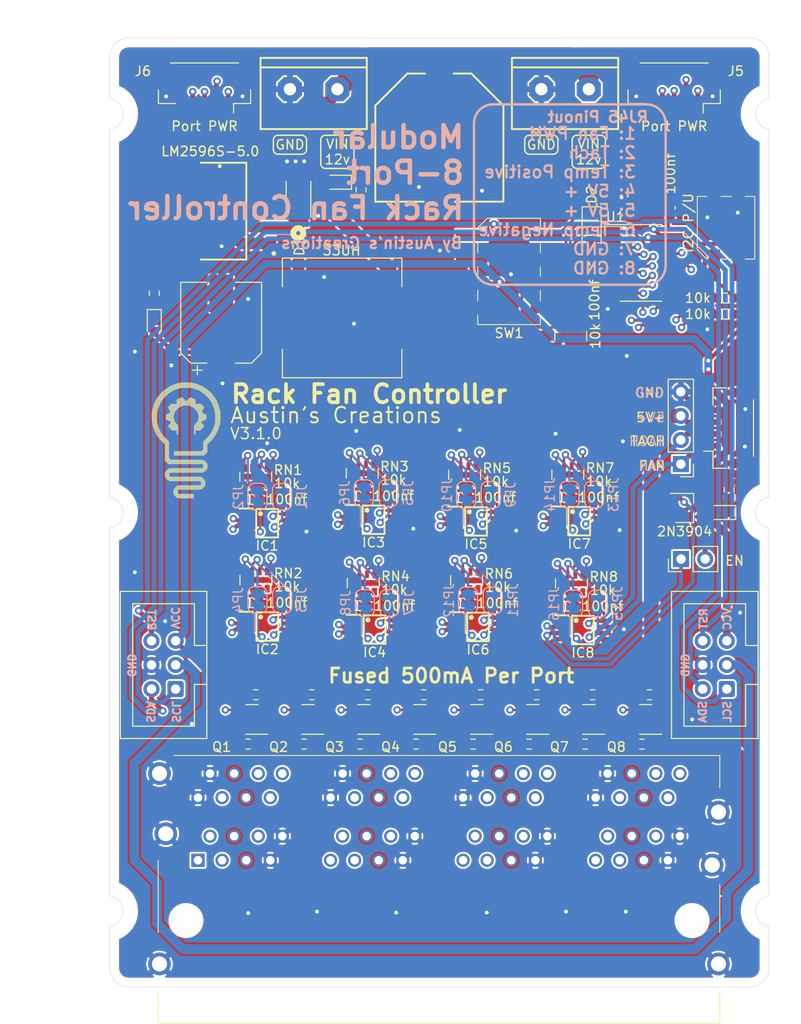
<source format=kicad_pcb>
(kicad_pcb (version 20221018) (generator pcbnew)
  (layers (0 "F.Cu" signal) (1 "In1.Cu" signal) (2 "In2.Cu" signal) (31 "B.Cu" signal) (34 "B.Paste" user) (35 "F.Paste" user) (36 "B.SilkS" user "B.Silkscreen") (37 "F.SilkS" user "F.Silkscreen") (38 "B.Mask" user) (39 "F.Mask" user) (44 "Edge.Cuts" user))
  (net 0 "")
  (net 1 "3.3v")
  (net 2 "GNDREF")
  (net 3 "VDD")
  (net 4 "VCC")
  (net 5 "Net-(D2-A)")
  (net 6 "Net-(D1-K)")
  (net 7 "DP1")
  (net 8 "DN1")
  (net 9 "FAN1")
  (net 10 "TACH1")
  (net 11 "SDA1")
  (net 12 "SCL1")
  (net 13 "FAN2")
  (net 14 "TACH2")
  (net 15 "SDA2")
  (net 16 "SCL2")
  (net 17 "FAN3")
  (net 18 "TACH3")
  (net 19 "SDA3")
  (net 20 "SCL3")
  (net 21 "FAN4")
  (net 22 "TACH4")
  (net 23 "SDA4")
  (net 24 "SCL4")
  (net 25 "FAN5")
  (net 26 "TACH5")
  (net 27 "SDA5")
  (net 28 "SCL5")
  (net 29 "FAN6")
  (net 30 "TACH6")
  (net 31 "SDA6")
  (net 32 "SCL6")
  (net 33 "FAN7")
  (net 34 "TACH7")
  (net 35 "SDA7")
  (net 36 "SCL7")
  (net 37 "FAN8")
  (net 38 "TACH8")
  (net 39 "SDA8")
  (net 40 "SCL8")
  (net 41 "DP8")
  (net 42 "Net-(D2-K)")
  (net 43 "pw1")
  (net 44 "pw2")
  (net 45 "pw3")
  (net 46 "pw4")
  (net 47 "pw5")
  (net 48 "pw6")
  (net 49 "pw7")
  (net 50 "pw8")
  (net 51 "SCL")
  (net 52 "Net-(D3-K)")
  (net 53 "SDA")
  (net 54 "RST")
  (net 55 "Net-(D4-K)")
  (net 56 "Net-(D5-K)")
  (net 57 "Net-(J1-Pin_3)")
  (net 58 "Net-(J9-Pin_2)")
  (net 59 "Net-(JP1-B)")
  (net 60 "Net-(JP2-B)")
  (net 61 "Net-(JP3-B)")
  (net 62 "Net-(JP4-B)")
  (net 63 "Net-(JP5-B)")
  (net 64 "Net-(JP6-B)")
  (net 65 "Net-(JP7-B)")
  (net 66 "Net-(JP8-B)")
  (net 67 "Net-(JP9-B)")
  (net 68 "Net-(JP10-B)")
  (net 69 "Net-(JP11-B)")
  (net 70 "Net-(JP12-B)")
  (net 71 "DN8")
  (net 72 "Net-(JP13-B)")
  (net 73 "Net-(JP14-B)")
  (net 74 "Net-(JP15-B)")
  (net 75 "Net-(JP16-B)")
  (net 76 "Net-(Q1-D)")
  (net 77 "Net-(Q2-D)")
  (net 78 "Net-(Q3-D)")
  (net 79 "Net-(Q4-D)")
  (net 80 "DP2")
  (net 81 "Net-(RJ45-1-PadA4)")
  (net 82 "DN2")
  (net 83 "DP4")
  (net 84 "Net-(RJ45-1-PadB4)")
  (net 85 "DN4")
  (net 86 "DP6")
  (net 87 "Net-(RJ45-1-PadC4)")
  (net 88 "DN6")
  (net 89 "Net-(RJ45-1-PadD4)")
  (net 90 "Net-(RJ45-1-PadE4)")
  (net 91 "DP3")
  (net 92 "Net-(RJ45-1-PadF4)")
  (net 93 "DN3")
  (net 94 "DP5")
  (net 95 "Net-(RJ45-1-PadG4)")
  (net 96 "DN5")
  (net 97 "DP7")
  (net 98 "Net-(RJ45-1-PadH4)")
  (net 99 "DN7")
  (net 100 "Net-(Q5-D)")
  (net 101 "Net-(Q6-D)")
  (net 102 "Net-(Q7-D)")
  (net 103 "Net-(Q8-D)")
  (net 104 "Net-(RN9-R3.2)")
  (net 105 "Net-(RN9-R2.2)")
  (net 106 "Net-(RN9-R1.2)")
  (net 107 "Net-(R9-Pad1)")
  (net 108 "Net-(R10-Pad1)")
  (footprint "Resistor_SMD:R_0603_1608Metric" (layer "F.Cu") (at 70.89999 89.199999 180)
    (fp_text reference "R7" hide)
    (fp_text value "10k" hide)
  )
  (footprint "Resistor_SMD:R_0603_1608Metric" (layer "F.Cu") (at 65.000001 89.199999)
    (fp_text reference "R6" hide)
    (fp_text value "10k" hide)
  )
  (footprint "Austins creations:12x12x8 inductor" (layer "F.Cu") (at 44.500013 49.500003)
    (fp_text reference "L1" hide)
    (fp_text value "33UH")
  )
  (footprint "Resistor_SMD:R_0603_1608Metric" (layer "F.Cu") (at 34.6 94.4 180)
    (fp_text reference "TH1" hide)
    (fp_text value "Fuse_PTC" hide)
  )
  (footprint "Diode_SMD:D_SOD-123F" (layer "F.Cu") (at 70.799998 39.999982 -90)
    (fp_text reference "D2")
    (fp_text value "SM4007" hide)
  )
  (footprint "Austins creations:R-RJ45R08P-8000" (layer "F.Cu") (at 54.649992 116.199996 180)
    (fp_text reference "RJ45-1" hide)
    (fp_text value "R-RJ45R08P-8000" hide)
  )
  (footprint "Package_TO_SOT_SMD:SOT-23" (layer "F.Cu") (at 58.7 91.8 180)
    (fp_text reference "Q5")
    (fp_text value "AO3401A" hide)
  )
  (footprint "logos:Creations logo med" (layer "F.Cu") (at 28.1 59.95)
    (fp_text reference "LOGO1" hide)
    (fp_text value "Creations_logo_med" hide)
  )
  (footprint "Austins creations:2pinblock" (layer "F.Cu") (at 41.5 25.4 180)
    (fp_text reference "J4" hide)
    (fp_text value "Screw_Terminal_01x02" hide)
  )
  (footprint "Package_TO_SOT_SMD:SOT-23" (layer "F.Cu") (at 64.6 91.8 180)
    (fp_text reference "Q6")
    (fp_text value "AO3401A" hide)
  )
  (footprint "Capacitor_SMD:C_0603_1608Metric" (layer "F.Cu") (at 71.1 43.8 -90)
    (fp_text reference "C12" hide)
    (fp_text value "100nf")
  )
  (footprint "Resistor_SMD:R_0603_1608Metric" (layer "F.Cu") (at 84.9 49.1 180)
    (fp_text reference "R10" hide)
    (fp_text value "10k")
  )
  (footprint "Resistor_SMD:R_0603_1608Metric" (layer "F.Cu") (at 59.099988 89.199999 180)
    (fp_text reference "R5" hide)
    (fp_text value "10k" hide)
  )
  (footprint "Resistor_SMD:R_0603_1608Metric" (layer "F.Cu") (at 46.5 36 -90)
    (fp_text reference "R11" hide)
    (fp_text value "10k" hide)
  )
  (footprint "Resistor_SMD:R_0603_1608Metric" (layer "F.Cu") (at 24.7 46.9 90)
    (fp_text reference "R12" hide)
    (fp_text value "4k7" hide)
  )
  (footprint "Package_TO_SOT_SMD:SOT-23" (layer "F.Cu") (at 40.9 91.8 180)
    (fp_text reference "Q2")
    (fp_text value "AO3401A" hide)
  )
  (footprint "Capacitor_SMD:C_0603_1608Metric" (layer "F.Cu") (at 46.323489 79.825)
    (fp_text reference "C4" hide)
    (fp_text value "100nf")
  )
  (footprint "Austins creations:LM2596S" (layer "F.Cu") (at 30.6 38.25 180)
    (fp_text reference "PS1" hide)
    (fp_text value "LM2596S-5.0")
  )
  (footprint "Austins creations:4P_DIP" (layer "F.Cu") (at 62.1 44.6)
    (fp_text reference "SW1")
    (fp_text value "SW_DIP_x04" hide)
  )
  (footprint "Resistor_SMD:R_Array_Convex_4x0603" (layer "F.Cu") (at 57.623489 77.15 -90)
    (fp_text reference "RN6")
    (fp_text value "10k")
  )
  (footprint "Resistor_SMD:R_Array_Convex_4x0603" (layer "F.Cu") (at 68.289657 66.007896 -90)
    (fp_text reference "RN7")
    (fp_text value "10k")
  )
  (footprint "Connector_JST:JST_GH_SM05B-GHS-TB_1x05-1MP_P1.25mm_Horizontal" (layer "F.Cu") (at 30 25.2 180)
    (fp_text reference "J6")
    (fp_text value "Conn_01x05_MountingPin" hide)
  )
  (footprint "Capacitor_SMD:C_0603_1608Metric" (layer "F.Cu") (at 79.1 37.9 90)
    (fp_text reference "C11" hide)
    (fp_text value "100nf")
  )
  (footprint "Package_TO_SOT_SMD:SOT-23" (layer "F.Cu") (at 70.5 91.8 180)
    (fp_text reference "Q7")
    (fp_text value "AO3401A" hide)
  )
  (footprint "Resistor_SMD:R_Array_Convex_4x0603" (layer "F.Cu") (at 46.616168 65.859407 -90)
    (fp_text reference "RN3")
    (fp_text value "10k")
  )
  (footprint "Resistor_SMD:R_Array_Convex_4x0603" (layer "F.Cu") (at 68.6 51.4 90)
    (fp_text reference "RN9" hide)
    (fp_text value "10k")
  )
  (footprint "Resistor_SMD:R_Array_Convex_4x0603" (layer "F.Cu") (at 57.410344 66.032896 -90)
    (fp_text reference "RN5")
    (fp_text value "10k")
  )
  (footprint "Connector_IDC:IDC-Header_2x03_P2.54mm_Vertical" (layer "F.Cu") (at 85.05 88.6 180)
    (fp_text reference "J1" hide)
    (fp_text value "Conn_02x03_Odd_Even" hide)
  )
  (footprint "Resistor_SMD:R_Array_Convex_4x0603" (layer "F.Cu") (at 68.677802 77.475 -90)
    (fp_text reference "RN8")
    (fp_text value "10k")
  )
  (footprint "Capacitor_SMD:C_0603_1608Metric" (layer "F.Cu") (at 67.889657 68.407896)
    (fp_text reference "C7" hide)
    (fp_text value "100nf")
  )
  (footprint "bare-footprints:8-MSOP" (layer "F.Cu") (at 47.923489 82.325)
    (fp_text reference "IC4")
    (fp_text value "EMC2101-ACZL-TR" hide)
  )
  (footprint "Package_TO_SOT_SMD:SOT-23" (layer "F.Cu") (at 76.5 91.8 180)
    (fp_text reference "Q8")
    (fp_text value "AO3401A" hide)
  )
  (footprint "Capacitor_SMD:C_0603_1608Metric" (layer "F.Cu") (at 46.216168 68.259407)
    (fp_text reference "C3" hide)
    (fp_text value "100nf")
  )
  (footprint "Capacitor_SMD:C_0603_1608Metric" (layer "F.Cu") (at 57.010344 68.432896)
    (fp_text reference "C5" hide)
    (fp_text value "100nf")
  )
  (footprint "LED_SMD:LED_0603_1608Metric" (layer "F.Cu") (at 44 35.2 180)
    (fp_text reference "D3" hide)
    (fp_text value "red/yellow" hide)
  )
  (footprint "Resistor_SMD:R_0603_1608Metric" (layer "F.Cu") (at 70.12501 94.399989 180)
    (fp_text reference "TH7" hide)
    (fp_text value "Fuse_PTC" hide)
  )
  (footprint "bare-footprints:8-MSOP" (layer "F.Cu") (at 58.823489 82.05)
    (fp_text reference "IC6")
    (fp_text value "EMC2101-ACZL-TR" hide)
  )
  (footprint "Resistor_SMD:R_Array_Convex_4x0603" (layer "F.Cu") (at 46.723489 77.425 -90)
    (fp_text reference "RN4")
    (fp_text value "10k")
  )
  (footprint "bare-footprints:8-MSOP" (layer "F.Cu") (at 36.613145 82.010343)
    (fp_text reference "IC2")
    (fp_text value "EMC2101-ACZL-TR" hide)
  )
  (footprint "Austins creations:2P_DIP" (layer "F.Cu") (at 85 40 90)
    (fp_text reference "SW2" hide)
    (fp_text value "2P_DIP" hide)
  )
  (footprint "Resistor_SMD:R_0603_1608Metric" (layer "F.Cu") (at 58.299989 94.399989 180)
    (fp_text reference "TH5" hide)
    (fp_text value "Fuse_PTC" hide)
  )
  (footprint "Resistor_SMD:R_0603_1608Metric" (layer "F.Cu") (at 41.299998 89.199999)
    (fp_text reference "R2" hide)
    (fp_text value "10k" hide)
  )
  (footprint "bare-footprints:8-MSOP" (layer "F.Cu") (at 36.6 71.125)
    (fp_text reference "IC1")
    (fp_text value "EMC2101-ACZL-TR" hide)
  )
  (footprint "Capacitor_SMD:C_0603_1608Metric" (layer "F.Cu") (at 35 68.625)
    (fp_text reference "C1" hide)
    (fp_text value "100nf")
  )
  (footprint "Connector_PinHeader_2.54mm:PinHeader_1x02_P2.54mm_Vertical" (layer "F.Cu") (at 80.225 74.9 90)
    (fp_text reference "J9" hide)
    (fp_text value "Conn_01x02" hide)
  )
  (footprint "Capacitor_SMD:C_0603_1608Metric" (layer "F.Cu") (at 35.013145 79.510343)
    (fp_text reference "C2" hide)
    (fp_text value "100nf")
  )
  (footprint "Resistor_SMD:R_0603_1608Metric" (layer "F.Cu") (at 35.4 89.2 180)
    (fp_text reference "R1" hide)
    (fp_text value "10k" hide)
  )
  (footprint "Resistor_SMD:R_0603_1608Metric" (layer "F.Cu") (at 52.300001 94.399989)
    (fp_text reference "TH4" hide)
    (fp_text value "Fuse_PTC" hide)
  )
  (footprint "Connector_JST:JST_GH_SM04B-GHS-TB_1x04-1MP_P1.25mm_Horizontal" (layer "F.Cu") (at 85.3 61.1 90)
    (fp_text reference "J8" hide)
    (fp_text value "Conn_01x04_MountingPin" hide)
  )
  (footprint "Resistor_SMD:R_0603_1608Metric" (layer "F.Cu") (at 64.200003 94.399989)
    (fp_text reference "TH6" hide)
    (fp_text value "Fuse_PTC" hide)
  )
  (footprint "Austins creations:2pinblock" (layer "F.Cu") (at 68 25.4 180)
    (fp_text reference "J3" hide)
    (fp_text value "Screw_Terminal_01x02" hide)
  )
  (footprint "Resistor_SMD:R_Array_Convex_4x0603" (layer "F.Cu") (at 35.4 66.225 -90)
    (fp_text reference "RN1")
    (fp_text value "10k")
  )
  (footprint "Resistor_SMD:R_0603_1608Metric" (layer "F.Cu") (at 85.3 67.6 90)
    (fp_text reference "R13" hide)
    (fp_text value "4k7" hide)
  )
  (footprint "Resistor_SMD:R_0603_1608Metric" (layer "F.Cu") (at 47.200012 89.199999 180)
    (fp_text reference "R3" hide)
    (fp_text value "10k" hide)
  )
  (footprint "Resistor_SMD:R_0603_1608Metric" (layer "F.Cu") (at 84.9 47.4 180)
    (fp_text reference "R9" hide)
    (fp_text value "10k")
  )
  (footprint "Capacitor_SMD:C_0603_1608Metric" (layer "F.Cu") (at 57.223489 79.55)
    (fp_text reference "C6" hide)
    (fp_text value "100nf")
  )
  (footprint "Capacitor_SMD:C_0603_1608Metric" (layer "F.Cu") (at 68.277802 79.875)
    (fp_text reference "C8" hide)
    (fp_text value "100nf")
  )
  (footprint "bare-footprints:8-MSOP" (layer "F.Cu") (at 47.816168 70.759407)
    (fp_text reference "IC3")
    (fp_text value "EMC2101-ACZL-TR" hide)
  )
  (footprint "Package_SO:TSSOP-24_4.4x7.8mm_P0.65mm" (layer "F.Cu") (at 76 43.7)
    (fp_text reference "U1")
    (fp_text value "TCA9548APWR" hide)
  )
  (footprint "Resistor_SMD:R_0603_1608Metric" (layer "F.Cu") (at 46.399988 94.399989 180)
    (fp_text reference "TH3" hide)
    (fp_text value "Fuse_PTC" hide)
  )
  (footprint "Connector_JST:JST_GH_SM05B-GHS-TB_1x05-1MP_P1.25mm_Horizontal" (layer "F.Cu") (at 79.5 25.2 180)
    (fp_text reference "J5")
    (fp_text value "Conn_01x05_MountingPin" hide)
  )
  (footprint "Capacitor_SMD:CP_Elec_8x6.2" (layer "F.Cu") (at 31.75 50.000002 90)
    (fp_text reference "C10" hide)
    (fp_text value "220uF 6.3v" hide)
  )
  (footprint "Package_TO_SOT_SMD:SOT-23" (layer "F.Cu") (at 52.7 91.8 180)
    (fp_text reference "Q4")
    (fp_text value "AO3401A" hide)
  )
  (footprint "Package_TO_SOT_SMD:SOT-23" (layer "F.Cu") (at 46.8 91.8 180)
    (fp_text reference "Q3")
    (fp_text value "AO3401A" hide)
  )
  (footprint "Resistor_SMD:R_Array_Convex_4x0603" (layer "F.Cu") (at 35.413145 77.110343 -90)
    (fp_text reference "RN2")
    (fp_text value "10k")
  )
  (footprint "Connector_IDC:IDC-Header_2x03_P2.54mm_Vertical" (layer "F.Cu") (at 26.95 88.6 180)
    (fp_text reference "J2" hide)
    (fp_text value "Conn_02x03_Odd_Even" hide)
  )
  (footprint "bare-footprints:8-MSOP" (layer "F.Cu") (at 69.877802 82.375)
    (fp_text reference "IC8")
    (fp_text value "EMC2101-ACZL-TR" hide)
  )
  (footprint "LED_SMD:LED_0603_1608Metric" (layer "F.Cu") (at 24.7 50.1 -90)
    (fp_text reference "D4" hide)
    (fp_text value "green" hide)
  )
  (footprint "bare-footprints:8-MSOP" (layer "F.Cu") (at 69.489657 70.907896)
    (fp_text reference "IC7")
    (fp_text value "EMC2101-ACZL-TR" hide)
  )
  (footprint "Resistor_SMD:R_0603_1608Metric" (layer "F.Cu") (at 40.5 94.4)
    (fp_text reference "TH2" hide)
    (fp_text value "Fuse_PTC" hide)
  )
  (footprint "Austins creations:PMEG3050EP" (layer "F.Cu") (at 39.899996 37 90)
    (fp_text reference "D1")
    (fp_text value "PMEG4050EP" hide)
  )
  (footprint "Package_TO_SOT_SMD:TSOT-23" (layer "F.Cu") (at 80.6 69.5)
    (fp_text reference "Q9" hide)
    (fp_text value "2N3904")
  )
  (footprint "Resistor_SMD:R_0603_1608Metric" (layer "F.Cu") (at 76.900003 89.2)
    (fp_text reference "R8" hide)
    (fp_text value "10k" hide)
  )
  (footprint "Austins creations:large capacitor 12.5d 13.5h" (layer "F.Cu") (at 54.75 30.5 -90)
    (fp_text reference "C9" hide)
    (fp_text value "680uF 35v" hide)
  )
  (footprint "Resistor_SMD:R_0603_1608Metric" (layer "F.Cu") (at 76.100005 94.4)
    (fp_text reference "TH8" hide)
    (fp_text value "Fuse_PTC" hide)
  )
  (footprint "LED_SMD:LED_0603_1608Metric" (layer "F.Cu") (at 84.5 70 180)
    (fp_text reference "D5" hide)
    (fp_text value "blue" hide)
  )
  (footprint "Package_TO_SOT_SMD:SOT-23" (layer "F.Cu") (at 35 91.8 180)
    (fp_text reference "Q1")
    (fp_text value "AO3401A" hide)
  )
  (footprint "bare-footprints:8-MSOP" (layer "F.Cu") (at 58.610344 70.932896)
    (fp_text reference "IC5")
    (fp_text value "EMC2101-ACZL-TR" hide)
  )
  (footprint "Connector_PinHeader_2.54mm:PinHeader_1x04_P2.54mm_Vertical" (layer "F.Cu") (at 80.199992 64.899997 180)
    (fp_text reference "J7" hide)
    (fp_text value "Conn_01x04" hide)
  )
  (footprint "Resistor_SMD:R_0603_1608Metric" (layer "F.Cu") (at 53.1 89.199999)
    (fp_text reference "R4" hide)
    (fp_text value "10k" hide)
  )
  (footprint "Jumper:SolderJumper-2_P1.3mm_Bridged_RoundedPad1.0x1.5mm" (layer "B.Cu") (at 38.183832 79.210343 90)
    (fp_text reference "JP3")
    (fp_text value "Jumper_2_Bridged" hide)
  )
  (footprint "Jumper:SolderJumper-2_P1.3mm_Bridged_RoundedPad1.0x1.5mm" (layer "B.Cu") (at 71.064657 68.107896 90)
    (fp_text reference "JP13")
    (fp_text value "Jumper_2_Bridged" hide)
  )
  (footprint "Jumper:SolderJumper-2_P1.3mm_Bridged_RoundedPad1.0x1.5mm" (layer "B.Cu") (at 35.583832 79.210343 90)
    (fp_text reference "JP4")
    (fp_text value "Jumper_2_Bridged" hide)
  )
  (footprint "Jumper:SolderJumper-2_P1.3mm_Bridged_RoundedPad1.0x1.5mm" (layer "B.Cu") (at 38.170687 68.325 90)
    (fp_text reference "JP1")
    (fp_text value "Jumper_2_Bridged" hide)
  )
  (footprint "Jumper:SolderJumper-2_P1.3mm_Bridged_RoundedPad1.0x1.5mm" (layer "B.Cu") (at 60.160344 68.132896 90)
    (fp_text reference "JP9")
    (fp_text value "Jumper_2_Bridged" hide)
  )
  (footprint "Jumper:SolderJumper-2_P1.3mm_Bridged_RoundedPad1.0x1.5mm" (layer "B.Cu") (at 57.773489 79.25 90)
    (fp_text reference "JP12")
    (fp_text value "Jumper_2_Bridged" hide)
  )
  (footprint "Jumper:SolderJumper-2_P1.3mm_Bridged_RoundedPad1.0x1.5mm" (layer "B.Cu") (at 35.570687 68.325 90)
    (fp_text reference "JP2")
    (fp_text value "Jumper_2_Bridged" hide)
  )
  (footprint "Jumper:SolderJumper-2_P1.3mm_Bridged_RoundedPad1.0x1.5mm" (layer "B.Cu") (at 71.448489 79.575 90)
    (fp_text reference "JP15")
    (fp_text value "Jumper_2_Bridged" hide)
  )
  (footprint "Jumper:SolderJumper-2_P1.3mm_Bridged_RoundedPad1.0x1.5mm" (layer "B.Cu") (at 49.386855 67.959407 90)
    (fp_text reference "JP5")
    (fp_text value "Jumper_2_Bridged" hide)
  )
  (footprint "Jumper:SolderJumper-2_P1.3mm_Bridged_RoundedPad1.0x1.5mm" (layer "B.Cu") (at 49.473489 79.525 90)
    (fp_text reference "JP7")
    (fp_text value "Jumper_2_Bridged" hide)
  )
  (footprint "Jumper:SolderJumper-2_P1.3mm_Bridged_RoundedPad1.0x1.5mm" (layer "B.Cu") (at 60.373489 79.25 90)
    (fp_text reference "JP11")
    (fp_text value "Jumper_2_Bridged" hide)
  )
  (footprint "Jumper:SolderJumper-2_P1.3mm_Bridged_RoundedPad1.0x1.5mm" (layer "B.Cu") (at 57.560344 68.132896 90)
    (fp_text reference "JP10")
    (fp_text value "Jumper_2_Bridged" hide)
  )
  (footprint "Jumper:SolderJumper-2_P1.3mm_Bridged_RoundedPad1.0x1.5mm" (layer "B.Cu") (at 46.894176 79.525 90)
    (fp_text reference "JP8")
    (fp_text value "Jumper_2_Bridged" hide)
  )
  (footprint "Jumper:SolderJumper-2_P1.3mm_Bridged_RoundedPad1.0x1.5mm" (layer "B.Cu") (at 68.848489 79.575 90)
    (fp_text reference "JP16")
    (fp_text value "Jumper_2_Bridged" hide)
  )
  (footprint "Jumper:SolderJumper-2_P1.3mm_Bridged_RoundedPad1.0x1.5mm" (layer "B.Cu") (at 46.786855 67.959407 90)
    (fp_text reference "JP6")
    (fp_text value "Jumper_2_Bridged" hide)
  )
  (footprint "Jumper:SolderJumper-2_P1.3mm_Bridged_RoundedPad1.0x1.5mm" (layer "B.Cu") (at 68.460344 68.107896 90)
    (fp_text reference "JP14")
    (fp_text value "Jumper_2_Bridged" hide)
  )
  (gr_arc (start 76.6 27) (mid 78.014214 27.585786) (end 78.6 29) (stroke (width 0.254)) (layer "B.SilkS"))
  (gr_line (start 58.4 44) (end 58.4 29) (stroke (width 0.254)) (layer "B.SilkS"))
  (gr_line (start 60.4 27) (end 76.6 27) (stroke (width 0.254)) (layer "B.SilkS"))
  (gr_line (start 76.6 46) (end 60.4 46) (stroke (width 0.254)) (layer "B.SilkS"))
  (gr_arc (start 60.4 46) (mid 58.985786 45.414214) (end 58.4 44) (stroke (width 0.254)) (layer "B.SilkS"))
  (gr_line (start 78.6 29) (end 78.6 44) (stroke (width 0.254)) (layer "B.SilkS"))
  (gr_arc (start 58.4 29) (mid 58.985786 27.585786) (end 60.4 27) (stroke (width 0.254)) (layer "B.SilkS"))
  (gr_arc (start 78.6 44) (mid 78.014214 45.414214) (end 76.6 46) (stroke (width 0.254)) (layer "B.SilkS"))
  (gr_arc locked (start 40.25 30.25) (mid 40.603553 30.396447) (end 40.75 30.75) (stroke (width 0.15)) (layer "F.SilkS"))
  (gr_arc (start 67.25 31.75) (mid 67.103553 32.103553) (end 66.75 32.25) (stroke (width 0.15)) (layer "F.SilkS"))
  (gr_line (start 71.75 33.75) (end 69.25 33.75) (stroke (width 0.15)) (layer "F.SilkS"))
  (gr_arc locked (start 37.25 30.75) (mid 37.396447 30.396447) (end 37.75 30.25) (stroke (width 0.15)) (layer "F.SilkS"))
  (gr_arc locked (start 40.75 31.75) (mid 40.603553 32.103553) (end 40.25 32.25) (stroke (width 0.15)) (layer "F.SilkS"))
  (gr_line locked (start 40.25 32.25) (end 37.75 32.25) (stroke (width 0.15)) (layer "F.SilkS"))
  (gr_arc (start 68.75 30.75) (mid 68.896447 30.396447) (end 69.25 30.25) (stroke (width 0.15)) (layer "F.SilkS"))
  (gr_arc locked (start 42.75 33.75) (mid 42.396447 33.603553) (end 42.25 33.25) (stroke (width 0.15)) (layer "F.SilkS"))
  (gr_line (start 72.25 30.75) (end 72.25 33.25) (stroke (width 0.15)) (layer "F.SilkS"))
  (gr_arc (start 71.75 30.25) (mid 72.103553 30.396447) (end 72.25 30.75) (stroke (width 0.15)) (layer "F.SilkS"))
  (gr_line locked (start 42.75 30.25) (end 45.25 30.25) (stroke (width 0.15)) (layer "F.SilkS"))
  (gr_line (start 67.25 30.75) (end 67.25 31.75) (stroke (width 0.15)) (layer "F.SilkS"))
  (gr_line locked (start 40.75 30.75) (end 40.75 31.75) (stroke (width 0.15)) (layer "F.SilkS"))
  (gr_arc locked (start 42.25 30.75) (mid 42.396447 30.396447) (end 42.75 30.25) (stroke (width 0.15)) (layer "F.SilkS"))
  (gr_line locked (start 45.75 30.75) (end 45.75 33.25) (stroke (width 0.15)) (layer "F.SilkS"))
  (gr_line (start 69.25 30.25) (end 71.75 30.25) (stroke (width 0.15)) (layer "F.SilkS"))
  (gr_line locked (start 42.25 33.25) (end 42.25 30.75) (stroke (width 0.15)) (layer "F.SilkS"))
  (gr_line locked (start 37.25 30.75) (end 37.25 31.75) (stroke (width 0.15)) (layer "F.SilkS"))
  (gr_line (start 66.75 32.25) (end 64.25 32.25) (stroke (width 0.15)) (layer "F.SilkS"))
  (gr_arc locked (start 37.75 32.25) (mid 37.396447 32.103553) (end 37.25 31.75) (stroke (width 0.15)) (layer "F.SilkS"))
  (gr_arc locked (start 45.75 33.25) (mid 45.603553 33.603553) (end 45.25 33.75) (stroke (width 0.15)) (layer "F.SilkS"))
  (gr_arc (start 63.75 30.75) (mid 63.896447 30.396447) (end 64.25 30.25) (stroke (width 0.15)) (layer "F.SilkS"))
  (gr_arc (start 69.25 33.75) (mid 68.896447 33.603553) (end 68.75 33.25) (stroke (width 0.15)) (layer "F.SilkS"))
  (gr_arc locked (start 45.25 30.25) (mid 45.603553 30.396447) (end 45.75 30.75) (stroke (width 0.15)) (layer "F.SilkS"))
  (gr_line locked (start 40.25 30.25) (end 37.75 30.25) (stroke (width 0.15)) (layer "F.SilkS"))
  (gr_line (start 68.75 33.25) (end 68.75 30.75) (stroke (width 0.15)) (layer "F.SilkS"))
  (gr_line (start 63.75 30.75) (end 63.75 31.75) (stroke (width 0.15)) (layer "F.SilkS"))
  (gr_arc (start 64.25 32.25) (mid 63.896447 32.103553) (end 63.75 31.75) (stroke (width 0.15)) (layer "F.SilkS"))
  (gr_line locked (start 45.25 33.75) (end 42.75 33.75) (stroke (width 0.15)) (layer "F.SilkS"))
  (gr_arc (start 72.25 33.25) (mid 72.103553 33.603553) (end 71.75 33.75) (stroke (width 0.15)) (layer "F.SilkS"))
  (gr_line (start 66.75 30.25) (end 64.25 30.25) (stroke (width 0.15)) (layer "F.SilkS"))
  (gr_arc (start 66.75 30.25) (mid 67.103553 30.396447) (end 67.25 30.75) (stroke (width 0.15)) (layer "F.SilkS"))
  (gr_arc (start 20 26.4) (mid 21.41183 28) (end 20 29.6) (stroke (width 0.05)) (layer "Edge.Cuts"))
  (gr_line (start 20 118) (end 20 113.6) (stroke (width 0.05)) (layer "Edge.Cuts"))
  (gr_arc (start 87.5 20) (mid 88.914214 20.585786) (end 89.5 22) (stroke (width 0.05)) (layer "Edge.Cuts"))
  (gr_arc (start 89.5 29.6) (mid 88.08817 28) (end 89.5 26.4) (stroke (width 0.05)) (layer "Edge.Cuts"))
  (gr_line (start 89.5 22) (end 89.5 26.4) (stroke (width 0.05)) (layer "Edge.Cuts"))
  (gr_arc (start 20 110.4) (mid 21.41183 112) (end 20 113.6) (stroke (width 0.05)) (layer "Edge.Cuts"))
  (gr_line (start 20 22) (end 20 26.4) (stroke (width 0.05)) (layer "Edge.Cuts"))
  (gr_line (start 89.5 71.6) (end 89.5 110.4) (stroke (width 0.05)) (layer "Edge.Cuts"))
  (gr_line (start 22 20) (end 87.5 20) (stroke (width 0.05)) (layer "Edge.Cuts"))
  (gr_line (start 20 29.6) (end 20 68.4) (stroke (width 0.05)) (layer "Edge.Cuts"))
  (gr_line (start 89.5 113.6) (end 89.5 118) (stroke (width 0.05)) (layer "Edge.Cuts"))
  (gr_line (start 89.5 68.4) (end 89.5 29.6) (stroke (width 0.05)) (layer "Edge.Cuts"))
  (gr_arc (start 89.5 113.6) (mid 88.08817 112) (end 89.5 110.4) (stroke (width 0.05)) (layer "Edge.Cuts"))
  (gr_arc (start 89.5 71.6) (mid 88.08817 70) (end 89.5 68.4) (stroke (width 0.05)) (layer "Edge.Cuts"))
  (gr_arc (start 20 22) (mid 20.585786 20.585786) (end 22 20) (stroke (width 0.05)) (layer "Edge.Cuts"))
  (gr_line (start 20 71.6) (end 20 110.4) (stroke (width 0.05)) (layer "Edge.Cuts"))
  (gr_arc (start 20 68.4) (mid 21.41183 70) (end 20 71.6) (stroke (width 0.05)) (layer "Edge.Cuts"))
  (gr_arc (start 22 120) (mid 20.585786 119.414214) (end 20 118) (stroke (width 0.05)) (layer "Edge.Cuts"))
  (gr_line (start 87.5 120) (end 22 120) (stroke (width 0.05)) (layer "Edge.Cuts"))
  (gr_arc (start 89.5 118) (mid 88.914214 119.414214) (end 87.5 120) (stroke (width 0.05)) (layer "Edge.Cuts"))
  (gr_text "GND" (at 22.3 86.1 270) (layer "B.SilkS") (effects (font (size 0.8 0.8) (thickness 0.2)) (justify mirror)))
  (gr_text "5V+" (at 78.6 59.4) (layer "B.SilkS") (effects (font (size 1 1)) (justify left top mirror)))
  (gr_text "RST" (at 24.4 81.3 270) (layer "B.SilkS") (effects (font (size 0.8 0.8) (thickness 0.2)) (justify mirror)))
  (gr_text "GND" (at 80.7 86.1 90) (layer "B.SilkS") (effects (font (size 0.8 0.8) (thickness 0.2)) (justify mirror)))
  (gr_text "SDA" (at 24.3 91 -90) (layer "B.SilkS") (effects (font (size 0.8 0.8) (thickness 0.2)) (justify mirror)))
  (gr_text "RST" (at 82.6 81.2 90) (layer "B.SilkS") (effects (font (size 0.8 0.8) (thickness 0.2)) (justify mirror)))
  (gr_text "By Austin's Creations" (at 57.3 42.3) (layer "B.SilkS") (effects (font (size 1.180592 1.180592) (thickness 0.241808)) (justify left bottom mirror)))
  (gr_text "SCL" (at 85.1 91 90) (layer "B.SilkS") (effects (font (size 0.8 0.8) (thickness 0.2)) (justify mirror)))
  (gr_text "SDA" (at 82.5 91 90) (layer "B.SilkS") (effects (font (size 0.8 0.8) (thickness 0.2)) (justify mirror)))
  (gr_text "Modular\n8-Port\nRack Fan Controller" (at 57.6 39.3) (layer "B.SilkS") (effects (font (size 2.324 2.324) (thickness 0.476)) (justify left bottom mirror)))
  (gr_text "GND" (at 78.5 56.8) (layer "B.SilkS") (effects (font (size 1 1)) (justify left top mirror)))
  (gr_text "TACH" (at 78.516666 61.9) (layer "B.SilkS") (effects (font (size 1 1)) (justify left top mirror)))
  (gr_text "FAN" (at 78.6 64.5) (layer "B.SilkS") (effects (font (size 1 1)) (justify left top mirror)))
  (gr_text "VCC" (at 85.1 81.2 90) (layer "B.SilkS") (effects (font (size 0.8 0.8) (thickness 0.2)) (justify mirror)))
  (gr_text "RJ45 Pinout" (at 76.9 29) (layer "B.SilkS") (effects (font (size 1.148 1.148) (thickness 0.252)) (justify left bottom mirror)))
  (gr_text "VCC" (at 26.9 81.1 270) (layer "B.SilkS") (effects (font (size 0.8 0.8) (thickness 0.2)) (justify mirror)))
  (gr_text "SCL" (at 27 91 270) (layer "B.SilkS") (effects (font (size 0.8 0.8) (thickness 0.2)) (justify mirror)))
  (gr_text "1: Fan PWM\n2: Tach\n3: Temp Positive\n4: 5V +\n5: 5V +\n6: Temp Negative\n7: GND\n8: GND" (at 75.600001 45.000012) (layer "B.SilkS") (effects (font (size 1.26 1.26) (thickness 0.24)) (justify left bottom mirror)))
  (gr_text "Rack Fan Controller" (at 32.6 56.4) (layer "F.SilkS") (effects (font (size 1.909 1.909) (thickness 0.391)) (justify left top)))
  (gr_text "FAN" (at 75.7 64.5) (layer "F.SilkS") (effects (font (size 1 1)) (justify left top)))
  (gr_text "Austin's Creations" (at 32.6 58.8) (layer "F.SilkS") (effects (font (size 1.63576 1.63576) (thickness 0.2)) (justify left top)))
  (gr_text "5V+" (at 75.4 59.4) (layer "F.SilkS") (effects (font (size 1 1)) (justify left top)))
  (gr_text "Fused 500mA Per Port" (at 56 87.2) (layer "F.SilkS") (effects (font (size 1.5 1.5) (thickness 0.3))))
  (gr_text "VIN\n12v" (at 44 32) (layer "F.SilkS") (effects (font (size 1 1))))
  (gr_text "I2C P/U" (at 81 39.5 90) (layer "F.SilkS") (effects (font (size 1 1))))
  (gr_text "EN" (at 84.8 74.5) (layer "F.SilkS") (effects (font (size 1 1)) (justify left top)))
  (gr_text "GND" (at 65.5 31.25) (layer "F.SilkS") (effects (font (size 1 1))))
  (gr_text "VIN\n12v" (at 70.5 32) (layer "F.SilkS") (effects (font (size 1 1))))
  (gr_text "V3.1.0" (at 32.6 61) (layer "F.SilkS") (effects (font (size 1.1684 1.1684)) (justify left top)))
  (gr_text "Port PWR" (at 79.5 29.3) (layer "F.SilkS") (effects (font (size 1 1))))
  (gr_text "GND" (at 39 31.25) (layer "F.SilkS") (effects (font (size 1 1))))
  (gr_text "TACH" (at 74.8 61.9) (layer "F.SilkS") (effects (font (size 1 1)) (justify left top)))
  (gr_text "Port PWR" (at 30 29.3) (layer "F.SilkS") (effects (font (size 1 1))))
  (gr_text "GND" (at 75.3 56.8) (layer "F.SilkS") (effects (font (size 1 1)) (justify left top)))
  (segment (start 83.9 41.7) (end 82.2569 41.7) (width 0.4064) (layer "F.Cu") (net 1))
  (segment (start 33.289794 68.625) (end 34.225 68.625) (width 0.4064) (layer "F.Cu") (net 1))
  (segment (start 54.047289 79.397289) (end 55.075 80.425) (width 0.4064) (layer "F.Cu") (net 1))
  (segment (start 83.7125 70) (end 83.7125 64.8875) (width 0.8128) (layer "F.Cu") (net 1))
  (segment (start 34.238145 78.035343) (end 34.213145 78.010343) (width 0.4064) (layer "F.Cu") (net 1))
  (segment (start 43.247289 69.917505) (end 43.247289 79.747289) (width 0.4064) (layer "F.Cu") (net 1))
  (segment (start 83.7125 64.8875) (end 85.4 63.2) (width 0.8128) (layer "F.Cu") (net 1))
  (segment (start 33.739657 79.510343) (end 34.238145 79.510343) (width 0.4064) (layer "F.Cu") (net 1))
  (segment (start 56.235344 68.432896) (end 56.235344 66.957896) (width 0.4064) (layer "F.Cu") (net 1))
  (segment (start 46.216168 66.759407) (end 47.016168 66.759407) (width 0.4064) (layer "F.Cu") (net 1))
  (segment (start 64.9 84.5) (end 64.9 79.6) (width 0.508) (layer "F.Cu") (net 1))
  (segment (start 64.897289 70.067505) (end 64.897289 71.731998) (width 0.4064) (layer "F.Cu") (net 1))
  (segment (start 35 67.125) (end 35.8 67.125) (width 0.4064) (layer "F.Cu") (net 1))
  (segment (start 43.717505 69.447289) (end 43.247289 69.917505) (width 0.4064) (layer "F.Cu") (net 1))
  (segment (start 54.047289 70.052711) (end 54.047289 79.397289) (width 0.4064) (layer "F.Cu") (net 1))
  (segment (start 31.6 79.2) (end 32.825 80.425) (width 0.4064) (layer "F.Cu") (net 1))
  (segment (start 85.05 83.52) (end 85.05 72.35) (width 0.8128) (layer "F.Cu") (net 1))
  (segment (start 44.85 81.35) (end 45.698489 81.35) (width 0.4064) (layer "F.Cu") (net 1))
  (segment (start 32.707397 69.207397) (end 33.289794 68.625) (width 0.4064) (layer "F.Cu") (net 1))
  (segment (start 44.085206 69.15) (end 44.05 69.15) (width 0.4064) (layer "F.Cu") (net 1))
  (segment (start 87.1 41.7) (end 87.4 42) (width 0.4064) (layer "F.Cu") (net 1))
  (segment (start 83.73 36.05) (end 84.2 36.52) (width 0.4064) (layer "F.Cu") (net 1))
  (segment (start 58.15 45.87) (end 58.15 48.41) (width 0.4064) (layer "F.Cu") (net 1))
  (segment (start 45.416168 66.759407) (end 46.216168 66.759407) (width 0.4064) (layer "F.Cu") (net 1))
  (segment (start 55.557896 69.957896) (end 54.85 69.25) (width 0.4064) (layer "F.Cu") (net 1))
  (segment (start 67.264657 69.932896) (end 66.532896 69.932896) (width 0.4064) (layer "F.Cu") (net 1))
  (segment (start 66 80.7) (end 66.825 79.875) (width 0.4064) (layer "F.Cu") (net 1))
  (segment (start 45.548489 78.35) (end 45.523489 78.325) (width 0.4064) (layer "F.Cu") (net 1))
  (segment (start 32.825 80.425) (end 33.739657 79.510343) (width 0.4064) (layer "F.Cu") (net 1))
  (segment (start 26.95 83.52) (end 29.83 86.4) (width 0.508) (layer "F.Cu") (net 1))
  (segment (start 33.435343 81.035343) (end 32.825 80.425) (width 0.4064) (layer "F.Cu") (net 1))
  (segment (start 42.3 86.4) (end 54.1 86.4) (width 0.508) (layer "F.Cu") (net 1))
  (segment (start 65.714794 69.25) (end 64.897289 70.067505) (width 0.4064) (layer "F.Cu") (net 1))
  (segment (start 31.6 70.314794) (end 32.707397 69.207397) (width 0.4064) (layer "F.Cu") (net 1))
  (segment (start 80.6819 40.125) (end 78.8625 40.125) (width 0.4064) (layer "F.Cu") (net 1))
  (segment (start 66.532896 69.932896) (end 65.85 69.25) (width 0.4064) (layer "F.Cu") (net 1))
  (segment (start 67.889657 66.907896) (end 68.689657 66.907896) (width 0.4064) (layer "F.Cu") (net 1))
  (segment (start 46.323489 78.325) (end 47.123489 78.325) (width 0.4064) (layer "F.Cu") (net 1))
  (segment (start 58.023489 78.05) (end 58.823489 78.05) (width 0.4064) (layer "F.Cu") (net 1))
  (segment (start 63 86.4) (end 64.9 84.5) (width 0.508) (layer "F.Cu") (net 1))
  (segment (start 84.2 41.4) (end 83.9 41.7) (width 0.4064) (layer "F.Cu") (net 1))
  (segment (start 44.425 79.825) (end 43.875 80.375) (width 0.4064) (layer "F.Cu") (net 1))
  (segment (start 56.448489 79.55) (end 56.448489 78.075) (width 0.4064) (layer "F.Cu") (net 1))
  (segment (start 45.591168 69.784407) (end 44.719613 69.784407) (width 0.4064) (layer "F.Cu") (net 1))
  (segment (start 55.725 81.075) (end 56.598489 81.075) (width 0.4064) (layer "F.Cu") (net 1))
  (segment (start 34.225 68.625) (end 34.225 67.15) (width 0.4064) (layer "F.Cu") (net 1))
  (segment (start 56.423489 78.05) (end 57.223489 78.05) (width 0.4064) (layer "F.Cu") (net 1))
  (segment (start 56.385344 69.957896) (end 55.557896 69.957896) (width 0.4064) (layer "F.Cu") (net 1))
  (segment (start 45.548489 79.825) (end 45.548489 78.35) (width 0.4064) (layer "F.Cu") (net 1))
  (segment (start 87.4 49.7) (end 83.1 54) (width 0.4064) (layer "F.Cu") (net 1))
  (segment (start 45.548489 79.825) (end 44.425 79.825) (width 0.4064) (layer "F.Cu") (net 1))
  (segment (start 55.075 80.425) (end 55.725 81.075) (width 0.4064) (layer "F.Cu") (net 1))
  (segment (start 67.089657 66.907896) (end 67.889657 66.907896) (width 0.4064) (layer "F.Cu") (net 1))
  (segment (start 84.2 36.52) (end 84.2 41.4) (width 0.4064) (layer "F.Cu") (net 1))
  (segment (start 85.4 63.2) (end 85.4 58.8) (width 0.8128) (layer "F.Cu") (net 1))
  (segment (start 67.502802 79.875) (end 67.502802 78.4) (width 0.4064) (layer "F.Cu") (net 1))
  (segment (start 54.85 69.25) (end 55.667104 68.432896) (width 0.4064) (layer "F.Cu") (net 1))
  (segment (start 43.247289 79.747289) (end 43.875 80.375) (width 0.4064) (layer "F.Cu") (net 1))
  (segment (start 42.3 86.4) (end 43.05 86.4) (width 0.508) (layer "F.Cu") (net 1))
  (segment (start 66.825 79.875) (end 67.502802 79.875) (width 0.4064) (layer "F.Cu") (net 1))
  (segment (start 34.225 67.15) (end 34.2 67.125) (width 0.4064) (layer "F.Cu") (net 1))
  (segment (start 43.875 80.375) (end 44.85 81.35) (width 0.4064) (layer "F.Cu") (net 1))
  (segment (start 67.114657 68.407896) (end 66.556898 68.407896) (width 0.4064) (layer "F.Cu") (net 1))
  (segment (start 85.05 72.35) (end 83.7125 71.0125) (width 0.8128) (layer "F.Cu") (net 1))
  (segment (start 54.1 86.4) (end 54.1 79.45) (width 0.508) (layer "F.Cu") (net 1))
  (segment (start 54.85 69.25) (end 54.047289 70.052711) (width 0.4064) (layer "F.Cu") (net 1))
  (segment (start 45.441168 68.259407) (end 45.441168 66.784407) (width 0.4064) (layer "F.Cu") (net 1))
  (segment (start 59.21 48.41) (end 63.1 52.3) (width 0.4064) (layer "F.Cu") (net 1))
  (segment (start 54.1 79.45) (end 54.047289 79.397289) (width 0.508) (layer "F.Cu") (net 1))
  (segment (start 44.719613 69.784407) (end 44.085206 69.15) (width 0.4064) (layer "F.Cu") (net 1))
  (segment (start 35.013145 78.010343) (end 35.813145 78.010343) (width 0.4064) (layer "F.Cu") (net 1))
  (segment (start 67.502802 78.4) (end 67.477802 78.375) (width 0.4064) (layer "F.Cu") (net 1))
  (segment (start 31.6 79.2) (end 31.6 70.314794) (width 0.4064) (layer "F.Cu") (net 1))
  (segment (start 64.9 71.734709) (end 64.9 79.6) (width 0.4064) (layer "F.Cu") (net 1))
  (segment (start 68.277802 78.375) (end 69.077802 78.375) (width 0.4064) (layer "F.Cu") (net 1))
  (segment (start 67.652802 81.4) (end 66.7 81.4) (width 0.4064) (layer "F.Cu") (net 1))
  (segment (start 57.223489 78.05) (end 58.023489 78.05) (width 0.4064) (layer "F.Cu") (net 1))
  (segment (start 82.2569 41.7) (end 80.6819 40.125) (width 0.4064) (layer "F.Cu") (net 1))
  (segment (start 44.905387 68.259407) (end 45.441168 68.259407) (width 0.4064) (layer "F.Cu") (net 1))
  (segment (start 58.15 45.87) (end 60.93 45.87) (width 0.4064) (layer "F.Cu") (net 1))
  (segment (start 67.114657 66.932896) (end 67.089657 66.907896) (width 0.4064) (layer "F.Cu") (net 1))
  (segment (start 83.9 41.7) (end 87.1 41.7) (width 0.4064) (layer "F.Cu") (net 1))
  (segment (start 30.65 86.4) (end 42.3 86.4) (width 0.508) (layer "F.Cu") (net 1))
  (segment (start 68.689657 66.907896) (end 69.489657 66.907896) (width 0.4064) (layer "F.Cu") (net 1))
  (segment (start 65.85 69.25) (end 65.714794 69.25) (width 0.4064) (layer "F.Cu") (net 1))
  (segment (start 67.477802 78.375) (end 68.277802 78.375) (width 0.4064) (layer "F.Cu") (net 1))
  (segment (start 83.1 54.9) (end 83.1 54) (width 0.8128) (layer "F.Cu") (net 1))
  (segment (start 35.8 67.125) (end 36.6 67.125) (width 0.4064) (layer "F.Cu") (net 1))
  (segment (start 29.83 86.4) (end 30.65 86.4) (width 0.508) (layer "F.Cu") (net 1))
  (segment (start 34.213145 78.010343) (end 35.013145 78.010343) (width 0.4064) (layer "F.Cu") (net 1))
  (segment (start 45.441168 66.784407) (end 45.416168 66.759407) (width 0.4064) (layer "F.Cu") (net 1))
  (segment (start 83.7125 71.0125) (end 83.7125 70) (width 0.8128) (layer "F.Cu") (net 1))
  (segment (start 66.7 81.4) (end 66 80.7) (width 0.4064) (layer "F.Cu") (net 1))
  (segment (start 83.1 56.5) (end 83.1 54.9) (width 0.8128) (layer "F.Cu") (net 1))
  (segment (start 85.4 58.8) (end 83.1 56.5) (width 0.8128) (layer "F.Cu") (net 1))
  (segment (start 34.375 70.15) (end 33.675015 70.15) (width 0.4064) (layer "F.Cu") (net 1))
  (segment (start 43.247289 86.202711) (end 43.247289 79.747289) (width 0.508) (layer "F.Cu") (net 1))
  (segment (start 63.1 52.3) (end 67.4 52.3) (width 0.4064) (layer "F.Cu") (net 1))
  (segment (start 66.556898 68.407896) (end 65.714794 69.25) (width 0.4064) (layer "F.Cu") (net 1))
  (segment (start 69.077802 78.375) (end 69.877802 78.375) (width 0.4064) (layer "F.Cu") (net 1))
  (segment (start 31.6 86.4) (end 31.6 79.2) (width 0.508) (layer "F.Cu") (net 1))
  (segment (start 64.9 79.6) (end 66 80.7) (width 0.4064) (layer "F.Cu") (net 1))
  (segment (start 58.15 43.33) (end 58.15 45.87) (width 0.4064) (layer "F.Cu") (net 1))
  (segment (start 34.238145 79.510343) (end 34.238145 78.035343) (width 0.4064) (layer "F.Cu") (net 1))
  (segment (start 43.717505 69.447289) (end 44.905387 68.259407) (width 0.4064) (layer "F.Cu") (net 1))
  (segment (start 47.016168 66.759407) (end 47.816168 66.759407) (width 0.4064) (layer "F.Cu") (net 1))
  (segment (start 57.810344 66.932896) (end 58.610344 66.932896) (width 0.4064) (layer "F.Cu") (net 1))
  (segment (start 57.010344 66.932896) (end 57.810344 66.932896) (width 0.4064) (layer "F.Cu") (net 1))
  (segment (start 54.1 86.4) (end 63 86.4) (width 0.508) (layer "F.Cu") (net 1))
  (segment (start 55.667104 68.432896) (end 56.235344 68.432896) (width 0.4064) (layer "F.Cu") (net 1))
  (segment (start 56.448489 79.55) (end 55.95 79.55) (width 0.4064) (layer "F.Cu") (net 1))
  (segment (start 56.235344 66.957896) (end 56.210344 66.932896) (width 0.4064) (layer "F.Cu") (net 1))
  (segment (start 64.897289 71.731998) (end 64.9 71.734709) (width 0.4064) (layer "F.Cu") (net 1))
  (segment (start 78.8625 40.125) (end 78.9 40.0875) (width 0.3048) (layer "F.Cu") (net 1))
  (segment (start 35.813145 78.010343) (end 36.613145 78.010343) (width 0.4064) (layer "F.Cu") (net 1))
  (segment (start 60.93 45.87) (end 61.1 45.7) (width 0.4064) (layer "F.Cu") (net 1))
  (segment (start 56.210344 66.932896) (end 57.010344 66.932896) (width 0.4064) (layer "F.Cu") (net 1))
  (segment (start 47.123489 78.325) (end 47.923489 78.325) (width 0.4064) (layer "F.Cu") (net 1))
  (segment (start 32.732412 69.207397) (end 32.707397 69.207397) (width 0.4064) (layer "F.Cu") (net 1))
  (segment (start 55.95 79.55) (end 55.075 80.425) (width 0.4064) (layer "F.Cu") (net 1))
  (segment (start 56.448489 78.075) (end 56.423489 78.05) (width 0.4064) (layer "F.Cu") (net 1))
  (segment (start 45.523489 78.325) (end 46.323489 78.325) (width 0.4064) (layer "F.Cu") (net 1))
  (segment (start 30.65 86.4) (end 31.6 86.4) (width 0.508) (layer "F.Cu") (net 1))
  (segment (start 34.2 67.125) (end 35 67.125) (width 0.4064) (layer "F.Cu") (net 1))
  (segment (start 78.9 38.875) (end 79.1 38.675) (width 0.3048) (layer "F.Cu") (net 1))
  (segment (start 83.73 36.05) (end 86.27 36.05) (width 0.4064) (layer "F.Cu") (net 1))
  (segment (start 78.9 40.0875) (end 78.9 38.875) (width 0.3048) (layer "F.Cu") (net 1))
  (segment (start 58.15 48.41) (end 59.21 48.41) (width 0.4064) (layer "F.Cu") (net 1))
  (segment (start 67.114657 68.407896) (end 67.114657 66.932896) (width 0.4064) (layer "F.Cu") (net 1))
  (segment (start 34.388145 81.035343) (end 33.435343 81.035343) (width 0.4064) (layer "F.Cu") (net 1))
  (segment (start 43.05 86.4) (end 43.247289 86.202711) (width 0.508) (layer "F.Cu") (net 1))
  (segment (start 87.4 42) (end 87.4 49.7) (width 0.4064) (layer "F.Cu") (net 1))
  (segment (start 33.675015 70.15) (end 32.732412 69.207397) (width 0.4064) (layer "F.Cu") (net 1))
  (via (at 83.1 54.9) (size 0.8) (drill 0.4) (layers "F.Cu" "B.Cu") (net 1))
  (via (at 83.1 54) (size 0.8) (drill 0.4) (layers "F.Cu" "B.Cu") (net 1))
  (via (at 61.1 45.7) (size 0.8) (drill 0.4) (layers "F.Cu" "B.Cu") (net 1))
  (segment (start 27.9 52.3) (end 27.9 82.57) (width 0.8128) (layer "B.Cu") (net 1))
  (segment (start 27.9 82.57) (end 26.95 83.52) (width 0.8128) (layer "B.Cu") (net 1))
  (segment (start 83.1 54.9) (end 83.1 53.2) (width 0.8128) (layer "B.Cu") (net 1))
  (segment (start 81.6 51.7) (end 67.1 51.7) (width 0.8128) (layer "B.Cu") (net 1))
  (segment (start 36.4 43.8) (end 27.9 52.3) (width 0.8128) (layer "B.Cu") (net 1))
  (segment (start 67.1 51.7) (end 61.1 45.7) (width 0.8128) (layer "B.Cu") (net 1))
  (segment (start 59.2 43.8) (end 36.4 43.8) (width 0.8128) (layer "B.Cu") (net 1))
  (segment (start 83.1 53.2) (end 81.6 51.7) (width 0.8128) (layer "B.Cu") (net 1))
  (segment (start 61.1 45.7) (end 59.2 43.8) (width 0.8128) (layer "B.Cu") (net 1))
  (segment (start 82.144995 59.225) (end 80.199992 57.279997) (width 0.508) (layer "F.Cu") (net 2))
  (segment (start 83.45 59.225) (end 82.144995 59.225) (width 0.508) (layer "F.Cu") (net 2))
  (via (at 50.2 112.15) (size 0.8) (drill 0.4) (layers "F.Cu" "B.Cu") (net 2))
  (via (at 28.65 92.25) (size 0.8) (drill 0.4) (layers "F.Cu" "B.Cu") (net 2))
  (via (at 67 61.7) (size 0.8) (drill 0.4) (layers "F.Cu" "B.Cu") (net 2))
  (via (at 25.95 26.15) (size 0.8) (drill 0.4) (layers "F.Cu" "B.Cu") (net 2))
  (via (at 26.5 54.5) (size 0.8) (drill 0.4) (layers "F.Cu" "B.Cu") (net 2))
  (via (at 62.85 71.9) (size 0.8) (drill 0.4) (layers "F.Cu" "B.Cu") (net 2))
  (via (at 86.95 63.05) (size 0.8) (drill 0.4) (layers "F.Cu" "B.Cu") (net 2))
  (via (at 75.5 26.15) (size 0.8) (drill 0.4) (layers "F.Cu" "B.Cu") (net 2))
  (via (at 73.95 36.8) (size 0.8) (drill 0.4) (layers "F.Cu" "B.Cu") (net 2))
  (via (at 74.2 82.3) (size 0.8) (drill 0.4) (layers "F.Cu" "B.Cu") (net 2))
  (via (at 39.6 33) (size 0.8) (drill 0.4) (layers "F.Cu" "B.Cu") (net 2))
  (via (at 36.6 62.7) (size 0.8) (drill 0.4) (layers "F.Cu" "B.Cu") (net 2))
  (via (at 45.75 50.1) (size 0.8) (drill 0.4) (layers "F.Cu" "B.Cu") (net 2))
  (via (at 31.8 41.95) (size 0.8) (drill 0.4) (layers "F.Cu" "B.Cu") (net 2))
  (via (at 40.75 72) (size 0.8) (drill 0.4) (layers "F.Cu" "B.Cu") (net 2))
  (via (at 68.1 112.05) (size 0.8) (drill 0.4) (layers "F.Cu" "B.Cu") (net 2))
  (via (at 74.4 112.05) (size 0.8) (drill 0.4) (layers "F.Cu" "B.Cu") (net 2))
  (via (at 42.6 45.2) (size 0.8) (drill 0.4) (layers "F.Cu" "B.Cu") (net 2))
  (via (at 41.85 112.05) (size 0.8) (drill 0.4) (layers "F.Cu" "B.Cu") (net 2))
  (via (at 25.85 81.45) (size 0.8) (drill 0.4) (layers "F.Cu" "B.Cu") (net 2))
  (via (at 74.1 62.5) (size 0.8) (drill 0.4) (layers "F.Cu" "B.Cu") (net 2))
  (via (at 73.75 71.85) (size 0.8) (drill 0.4) (layers "F.Cu" "B.Cu") (net 2))
  (via (at 83 50.7) (size 0.8) (drill 0.4) (layers "F.Cu" "B.Cu") (net 2))
  (via (at 87 59.1) (size 0.8) (drill 0.4) (layers "F.Cu" "B.Cu") (net 2))
  (via (at 54.8 42.4) (size 0.8) (drill 0.4) (layers "F.Cu" "B.Cu") (net 2))
  (via (at 72.5 48.55) (size 0.8) (drill 0.4) (layers "F.Cu" "B.Cu") (net 2))
  (via (at 74.5 53.5) (size 0.8) (drill 0.4) (layers "F.Cu" "B.Cu") (net 2))
  (via (at 34.6 112.2) (size 0.8) (drill 0.4) (layers "F.Cu" "B.Cu") (net 2))
  (via (at 40.5 33) (size 0.8) (drill 0.4) (layers "F.Cu" "B.Cu") (net 2))
  (via (at 46 61.4) (size 0.8) (drill 0.4) (layers "F.Cu" "B.Cu") (net 2))
  (via (at 34.6 47.5) (size 0.8) (drill 0.4) (layers "F.Cu" "B.Cu") (net 2))
  (via (at 22.65 53.05) (size 0.8) (drill 0.4) (layers "F.Cu" "B.Cu") (net 2))
  (via (at 81.4 91.8) (size 0.8) (drill 0.4) (layers "F.Cu" "B.Cu") (net 2))
  (via (at 52 71.7) (size 0.8) (drill 0.4) (layers "F.Cu" "B.Cu") (net 2))
  (via (at 34 26.15) (size 0.8) (drill 0.4) (layers "F.Cu" "B.Cu") (net 2))
  (via (at 59.75 112.15) (size 0.8) (drill 0.4) (layers "F.Cu" "B.Cu") (net 2))
  (via (at 31.9 56.4) (size 0.8) (drill 0.4) (layers "F.Cu" "B.Cu") (net 2))
  (via (at 62.3 44.9) (size 0.8) (drill 0.4) (layers "F.Cu" "B.Cu") (net 2))
  (via (at 59.25 36.1) (size 0.8) (drill 0.4) (layers "F.Cu" "B.Cu") (net 2))
  (via (at 42 38.7465) (size 0.8) (drill 0.4) (layers "F.Cu" "B.Cu") (net 2))
  (via (at 83 38.9) (size 0.8) (drill 0.4) (layers "F.Cu" "B.Cu") (net 2))
  (via (at 38.7 33) (size 0.8) (drill 0.4) (layers "F.Cu" "B.Cu") (net 2))
  (via (at 86.2 38.4) (size 0.8) (drill 0.4) (layers "F.Cu" "B.Cu") (net 2))
  (via (at 86.45 80.55) (size 0.8) (drill 0.4) (layers "F.Cu" "B.Cu") (net 2))
  (via (at 52.6 35.7) (size 0.8) (drill 0.4) (layers "F.Cu" "B.Cu") (net 2))
  (via (at 31.6 33.5) (size 0.8) (drill 0.4) (layers "F.Cu" "B.Cu") (net 2))
  (via (at 83.55 26.15) (size 0.8) (drill 0.4) (layers "F.Cu" "B.Cu") (net 2))
  (via (at 56.9 61.3) (size 0.8) (drill 0.4) (layers "F.Cu" "B.Cu") (net 2))
  (via (at 22.65 76.3) (size 0.8) (drill 0.4) (layers "F.Cu" "B.Cu") (net 2))
  (segment (start 70.5 25.4) (end 70.5 24) (width 2.032) (layer "F.Cu") (net 3))
  (segment (start 32.5 34.5) (end 35.75 31.25) (width 1.2192) (layer "F.Cu") (net 3))
  (segment (start 70.5 24) (end 68.5 22) (width 2.032) (layer "F.Cu") (net 3))
  (segment (start 44 25.75) (end 44 25.4) (width 1.2192) (layer "F.Cu") (net 3))
  (segment (start 44.1 25.4) (end 44 25.4) (width 2.032) (layer "F.Cu") (net 3))
  (segment (start 38.5 31.25) (end 44 25.75) (width 1.2192) (layer "F.Cu") (net 3))
  (segment (start 68.5 22) (end 54.75 22) (width 2.032) (layer "F.Cu") (net 3))
  (segment (start 41.45 31.25) (end 38.5 31.25) (width 0.4064) (layer "F.Cu") (net 3))
  (segment (start 33.9 41.65) (end 32.5 40.25) (width 1.2192) (layer "F.Cu") (net 3))
  (segment (start 43.2125 35.2) (end 43.2125 33.0125) (width 0.4064) (layer "F.Cu") (net 3))
  (segment (start 54.75 22) (end 47.5 22) (width 2.032) (layer "F.Cu") (net 3))
  (segment (start 32.5 40.25) (end 32.5 34.5) (width 1.2192) (layer "F.Cu") (net 3))
  (segment (start 47.5 22) (end 44.1 25.4) (width 2.032) (layer "F.Cu") (net 3))
  (segment (start 35.75 31.25) (end 38.5 31.25) (width 1.2192) (layer "F.Cu") (net 3))
  (segment (start 43.2125 33.0125) (end 41.45 31.25) (width 0.4064) (layer "F.Cu") (net 3))
  (segment (start 54.75 22) (end 54.75 24.95) (width 2.032) (layer "F.Cu") (net 3))
  (segment (start 36.15 41.65) (end 33.9 41.65) (width 1.2192) (layer "F.Cu") (net 3))
  (segment (start 77 87.7) (end 77.1 87.6) (width 1.524) (layer "F.Cu") (net 4))
  (segment (start 77.725003 89.2) (end 77.725003 90.562497) (width 1.016) (layer "F.Cu") (net 4))
  (segment (start 36.15 36.55) (end 41.75 36.55) (width 1.524) (layer "F.Cu") (net 4))
  (segment (start 48.025012 89.199999) (end 48.025012 87.825012) (width 1.016) (layer "F.Cu") (net 4))
  (segment (start 77.725003 89.2) (end 77.725003 88.225003) (width 1.016) (layer "F.Cu") (net 4))
  (segment (start 48.025012 90.562488) (end 47.7375 90.85) (width 1.016) (layer "F.Cu") (net 4))
  (segment (start 24.7 51.1) (end 26.7 53.1) (width 0.4064) (layer "F.Cu") (net 4))
  (segment (start 77.725003 90.562497) (end 77.4375 90.85) (width 1.016) (layer "F.Cu") (net 4))
  (segment (start 31.75 53.050002) (end 31.75 53.5) (width 1.524) (layer "F.Cu") (net 4))
  (segment (start 36.225 90.5625) (end 35.9375 90.85) (width 1.016) (layer "F.Cu") (net 4))
  (segment (start 24.7 50.8875) (end 24.7 51.1) (width 0.4064) (layer "F.Cu") (net 4))
  (segment (start 53.925 90.5625) (end 53.6375 90.85) (width 1.016) (layer "F.Cu") (net 4))
  (segment (start 77.1 87.6) (end 77.1 62.5) (width 1.524) (layer "F.Cu") (net 4))
  (segment (start 54.1 87.7) (end 59.7 87.7) (width 1.524) (layer "F.Cu") (net 4))
  (segment (start 42.1 87.7) (end 47.9 87.7) (width 1.524) (layer "F.Cu") (net 4))
  (segment (start 65.825001 90.562499) (end 65.5375 90.85) (width 1.016) (layer "F.Cu") (net 4))
  (segment (start 83.45 60.475) (end 80.854995 60.475) (width 0.508) (layer "F.Cu") (net 4))
  (segment (start 42.124998 87.724998) (end 42.1 87.7) (width 1.016) (layer "F.Cu") (net 4))
  (segment (start 59.924988 87.924988) (end 59.7 87.7) (width 1.016) (layer "F.Cu") (net 4))
  (segment (start 71.9 87.7) (end 77 87.7) (width 1.524) (layer "F.Cu") (net 4))
  (segment (start 48.025012 89.199999) (end 48.025012 90.562488) (width 1.016) (layer "F.Cu") (net 4))
  (segment (start 59.924988 90.562512) (end 59.6375 90.85) (width 1.016) (layer "F.Cu") (net 4))
  (segment (start 71.72499 89.199999) (end 71.72499 90.56251) (width 1.016) (layer "F.Cu") (net 4))
  (segment (start 59.7 87.7) (end 66.2 87.7) (width 1.524) (layer "F.Cu") (net 4))
  (segment (start 65.825001 88.074999) (end 66.2 87.7) (width 1.016) (layer "F.Cu") (net 4))
  (segment (start 66.2 87.7) (end 71.9 87.7) (width 1.524) (layer "F.Cu") (net 4))
  (segment (start 36.5 87.7) (end 42.1 87.7) (width 1.524) (layer "F.Cu") (net 4))
  (segment (start 41.75 36.55) (end 49.450013 44.250013) (width 1.524) (layer "F.Cu") (net 4))
  (segment (start 65.825001 89.199999) (end 65.825001 90.562499) (width 1.016) (layer "F.Cu") (net 4))
  (segment (start 53.925 89.199999) (end 53.925 90.5625) (width 1.016) (layer "F.Cu") (net 4))
  (segment (start 47.9 87.7) (end 54.1 87.7) (width 1.524) (layer "F.Cu") (net 4))
  (segment (start 53.925 87.875) (end 54.1 87.7) (width 1.016) (layer "F.Cu") (net 4))
  (segment (start 77.1 62.5) (end 77.1 61.7) (width 1.524) (layer "F.Cu") (net 4))
  (segment (start 49.450013 51.549987) (end 49.450013 49.500003) (width 1.524) (layer "F.Cu") (net 4))
  (segment (start 80.854995 60.475) (end 80.199992 59.819997) (width 0.508) (layer "F.Cu") (net 4))
  (segment (start 46 55) (end 49.450013 51.549987) (width 1.524) (layer "F.Cu") (net 4))
  (segment (start 33.25 55) (end 46 55) (width 1.524) (layer "F.Cu") (net 4))
  (segment (start 36.225 87.975) (end 36.5 87.7) (width 1.016) (layer "F.Cu") (net 4))
  (segment (start 31.75 53.5) (end 33.25 55) (width 1.524) (layer "F.Cu") (net 4))
  (segment (start 77.1 61.7) (end 78.980003 59.819997) (width 1.524) (layer "F.Cu") (net 4))
  (segment (start 53.925 89.199999) (end 53.925 87.875) (width 1.016) (layer "F.Cu") (net 4))
  (segment (start 31.700002 53.1) (end 31.75 53.050002) (width 0.4064) (layer "F.Cu") (net 4))
  (segment (start 42.124998 89.199999) (end 42.124998 90.562502) (width 1.016) (layer "F.Cu") (net 4))
  (segment (start 77.725003 88.225003) (end 77.1 87.6) (width 1.016) (layer "F.Cu") (net 4))
  (segment (start 42.124998 89.199999) (end 42.124998 87.724998) (width 1.016) (layer "F.Cu") (net 4))
  (segment (start 69.6 55) (end 77.1 62.5) (width 1.524) (layer "F.Cu") (net 4))
  (segment (start 59.924988 89.199999) (end 59.924988 87.924988) (width 1.016) (layer "F.Cu") (net 4))
  (segment (start 49.450013 44.250013) (end 49.450013 49.500003) (width 1.524) (layer "F.Cu") (net 4))
  (segment (start 36.225 89.2) (end 36.225 90.5625) (width 1.016) (layer "F.Cu") (net 4))
  (segment (start 26.7 53.1) (end 31.700002 53.1) (width 0.4064) (layer "F.Cu") (net 4))
  (segment (start 71.72499 90.56251) (end 71.4375 90.85) (width 1.016) (layer "F.Cu") (net 4))
  (segment (start 59.924988 89.199999) (end 59.924988 90.562512) (width 1.016) (layer "F.Cu") (net 4))
  (segment (start 46 55) (end 69.6 55) (width 1.524) (layer "F.Cu") (net 4))
  (segment (start 65.825001 89.199999) (end 65.825001 88.074999) (width 1.016) (layer "F.Cu") (net 4))
  (segment (start 48.025012 87.825012) (end 47.9 87.7) (width 1.016) (layer "F.Cu") (net 4))
  (segment (start 36.225 89.2) (end 36.225 87.975) (width 1.016) (layer "F.Cu") (net 4))
  (segment (start 42.124998 90.562502) (end 41.8375 90.85) (width 1.016) (layer "F.Cu") (net 4))
  (segment (start 71.72499 89.199999) (end 71.72499 87.87501) (width 1.016) (layer "F.Cu") (net 4))
  (segment (start 71.72499 87.87501) (end 71.9 87.7) (width 1.016) (layer "F.Cu") (net 4))
  (segment (start 78.980003 59.819997) (end 80.199992 59.819997) (width 1.524) (layer "F.Cu") (net 4))
  (segment (start 73.137498 41.424992) (end 73.112498 41.399992) (width 0.25) (layer "F.Cu") (net 5))
  (segment (start 73.112482 41.399982) (end 73.1375 41.425) (width 0.254) (layer "F.Cu") (net 5))
  (segment (start 70.475016 43.025) (end 71.1 43.025) (width 0.254) (layer "F.Cu") (net 5))
  (segment (start 70.799998 41.399982) (end 73.112482 41.399982) (width 0.254) (layer "F.Cu") (net 5))
  (segment (start 70.475008 43.024992) (end 69.8 43.7) (width 0.254) (layer "F.Cu") (net 5))
  (segment (start 70.799998 41.399982) (end 70.799998 42.724998) (width 0.254) (layer "F.Cu") (net 5))
  (segment (start 70.475008 43.024992) (end 70.475016 43.025) (width 0.254) (layer "F.Cu") (net 5))
  (segment (start 69.8 43.7) (end 69.8 50.5) (width 0.254) (layer "F.Cu") (net 5))
  (segment (start 70.799998 42.724998) (end 71.1 43.025) (width 0.254) (layer "F.Cu") (net 5))
  (segment (start 39.149996 39.95) (end 39.899996 39.2) (width 1.2192) (layer "F.Cu") (net 6))
  (segment (start 36.15 39.95) (end 39.149996 39.95) (width 1.2192) (layer "F.Cu") (net 6))
  (segment (start 39.899996 49.15002) (end 39.550013 49.500003) (width 1.2192) (layer "F.Cu") (net 6))
  (segment (start 39.899996 39.2) (end 39.899996 49.15002) (width 1.2192) (layer "F.Cu") (net 6))
  (segment (start 33.189809 70.8) (end 34.375 70.8) (width 0.4064) (layer "F.Cu") (net 7))
  (segment (start 33.029761 70.639952) (end 33.189809 70.8) (width 0.4064) (layer "F.Cu") (net 7))
  (via (at 33.029761 70.639952) (size 0.8) (drill 0.4) (layers "F.Cu" "B.Cu") (net 7))
  (segment (start 33.318391 71.45) (end 34.375 71.45) (width 0.4064) (layer "F.Cu") (net 8))
  (segment (start 33.00688 71.761511) (end 33.318391 71.45) (width 0.4064) (layer "F.Cu") (net 8))
  (via (at 33.00688 71.761511) (size 0.8) (drill 0.4) (layers "F.Cu" "B.Cu") (net 8))
  (segment (start 35.795687 72.1) (end 35.870687 72.025) (width 0.254) (layer "F.Cu") (net 9))
  (segment (start 34.375 72.1) (end 35.795687 72.1) (width 0.254) (layer "F.Cu") (net 9))
  (via (at 35.870687 72.025) (size 0.8) (drill 0.4) (layers "F.Cu" "B.Cu") (net 9))
  (segment (start 35.870687 72.025) (end 35.870687 69.275) (width 0.254) (layer "B.Cu") (net 9))
  (segment (start 35.870687 69.275) (end 35.570687 68.975) (width 0.254) (layer "B.Cu") (net 9))
  (segment (start 37.445687 71.45) (end 37.370687 71.525) (width 0.254) (layer "F.Cu") (net 10))
  (segment (start 38.825 71.45) (end 37.445687 71.45) (width 0.254) (layer "F.Cu") (net 10))
  (via (at 37.370687 71.525) (size 0.8) (drill 0.4) (layers "F.Cu" "B.Cu") (net 10))
  (segment (start 37.370687 71.525) (end 38.170687 70.725) (width 0.254) (layer "B.Cu") (net 10))
  (segment (start 38.170687 70.725) (end 38.170687 68.975) (width 0.254) (layer "B.Cu") (net 10))
  (segment (start 39.935 67.06) (end 39.935 70.52) (width 0.254) (layer "F.Cu") (net 11))
  (segment (start 36.976511 64.598489) (end 37.225 64.35) (width 0.254) (layer "F.Cu") (net 11))
  (segment (start 37.225 64.35) (end 39.935 67.06) (width 0.254) (layer "F.Cu") (net 11))
  (segment (start 36.176511 64.598489) (end 36.976511 64.598489) (width 0.254) (layer "F.Cu") (net 11))
  (segment (start 75.65 42.014531) (end 75.589531 42.075) (width 0.3048) (layer "F.Cu") (net 11))
  (segment (start 39.655 70.8) (end 38.825 70.8) (width 0.254) (layer "F.Cu") (net 11))
  (segment (start 35.8 65.325) (end 35.8 64.975) (width 0.254) (layer "F.Cu") (net 11))
  (segment (start 39.935 70.52) (end 39.655 70.8) (width 0.254) (layer "F.Cu") (net 11))
  (segment (start 35.8 64.975) (end 36.176511 64.598489) (width 0.254) (layer "F.Cu") (net 11))
  (segment (start 75.589531 42.075) (end 73.1375 42.075) (width 0.3048) (layer "F.Cu") (net 11))
  (segment (start 37.225 64.35) (end 37.225 63.9) (width 0.254) (layer "F.Cu") (net 11))
  (via (at 75.65 42.014531) (size 0.8) (drill 0.4) (layers "F.Cu" "B.Cu") (net 11))
  (via (at 37.225 63.9) (size 0.8) (drill 0.4) (layers "F.Cu" "B.Cu") (net 11))
  (segment (start 74.925 42.725) (end 73.1375 42.725) (width 0.3048) (layer "F.Cu") (net 12))
  (segment (start 37.475 70.15) (end 38.825 70.15) (width 0.254) (layer "F.Cu") (net 12))
  (segment (start 76.3 42.800011) (end 75.000011 42.800011) (width 0.3048) (layer "F.Cu") (net 12))
  (segment (start 38.825 70.15) (end 38.825 67.55) (width 0.254) (layer "F.Cu") (net 12))
  (segment (start 75.000011 42.800011) (end 74.925 42.725) (width 0.3048) (layer "F.Cu") (net 12))
  (segment (start 37.225 70.4) (end 37.475 70.15) (width 0.254) (layer "F.Cu") (net 12))
  (segment (start 38.825 67.55) (end 36.6 65.325) (width 0.254) (layer "F.Cu") (net 12))
  (via (at 76.3 42.800011) (size 0.8) (drill 0.4) (layers "F.Cu" "B.Cu") (net 12))
  (via (at 37.225 70.4) (size 0.8) (drill 0.4) (layers "F.Cu" "B.Cu") (net 12))
  (segment (start 35.938043 82.985343) (end 34.388145 82.985343) (width 0.254) (layer "F.Cu") (net 13))
  (segment (start 36.05 83.0973) (end 35.938043 82.985343) (width 0.254) (layer "F.Cu") (net 13))
  (via (at 36.05 83.0973) (size 0.8) (drill 0.4) (layers "F.Cu" "B.Cu") (net 13))
  (segment (start 35.6 79.876511) (end 35.583832 79.860343) (width 0.254) (layer "B.Cu") (net 13))
  (segment (start 36.05 83.0973) (end 35.6 82.6473) (width 0.254) (layer "B.Cu") (net 13))
  (segment (start 35.6 82.6473) (end 35.6 79.876511) (width 0.254) (layer "B.Cu") (net 13))
  (segment (start 37.864657 82.335343) (end 38.838145 82.335343) (width 0.254) (layer "F.Cu") (net 14))
  (segment (start 37.3 82.9) (end 37.864657 82.335343) (width 0.254) (layer "F.Cu") (net 14))
  (via (at 37.3 82.9) (size 0.8) (drill 0.4) (layers "F.Cu" "B.Cu") (net 14))
  (segment (start 37.3 82.9) (end 38.183832 82.016168) (width 0.254) (layer "B.Cu") (net 14))
  (segment (start 38.183832 82.016168) (end 38.183832 79.860343) (width 0.254) (layer "B.Cu") (net 14))
  (segment (start 39.92 78.367198) (end 39.92 81.403488) (width 0.254) (layer "F.Cu") (net 15))
  (segment (start 35.813145 75.835343) (end 36.188145 75.460343) (width 0.254) (layer "F.Cu") (net 15))
  (segment (start 76.611453 43.551922) (end 75.988547 43.551922) (width 0.3048) (layer "F.Cu") (net 15))
  (segment (start 39.92 81.403488) (end 39.638145 81.685343) (width 0.254) (layer "F.Cu") (net 15))
  (segment (start 36.188145 75.460343) (end 37.013145 75.460343) (width 0.254) (layer "F.Cu") (net 15))
  (segment (start 37.013145 75.460343) (end 39.92 78.367198) (width 0.254) (layer "F.Cu") (net 15))
  (segment (start 77.13445 43.028925) (end 76.611453 43.551922) (width 0.3048) (layer "F.Cu") (net 15))
  (segment (start 37.013145 75.460343) (end 37.013145 74.813145) (width 0.254) (layer "F.Cu") (net 15))
  (segment (start 77.272936 43.028925) (end 77.13445 43.028925) (width 0.3048) (layer "F.Cu") (net 15))
  (segment (start 37.013145 74.813145) (end 37 74.8) (width 0.254) (layer "F.Cu") (net 15))
  (segment (start 75.811625 43.375) (end 73.1375 43.375) (width 0.3048) (layer "F.Cu") (net 15))
  (segment (start 75.988547 43.551922) (end 75.811625 43.375) (width 0.3048) (layer "F.Cu") (net 15))
  (segment (start 35.813145 76.210343) (end 35.813145 75.835343) (width 0.254) (layer "F.Cu") (net 15))
  (segment (start 39.638145 81.685343) (end 38.838145 81.685343) (width 0.254) (layer "F.Cu") (net 15))
  (via (at 37 74.8) (size 0.8) (drill 0.4) (layers "F.Cu" "B.Cu") (net 15))
  (via (at 77.272936 43.028925) (size 0.8) (drill 0.4) (layers "F.Cu" "B.Cu") (net 15))
  (segment (start 36.613145 76.210343) (end 38.838145 78.435343) (width 0.254) (layer "F.Cu") (net 16))
  (segment (start 76.820349 44.056242) (end 75.779651 44.056242) (width 0.3048) (layer "F.Cu") (net 16))
  (segment (start 77.19959 44.027133) (end 77.172457 44) (width 0.3048) (layer "F.Cu") (net 16))
  (segment (start 75.779651 44.056242) (end 75.723409 44) (width 0.3048) (layer "F.Cu") (net 16))
  (segment (start 38.838145 78.435343) (end 38.838145 81.035343) (width 0.254) (layer "F.Cu") (net 16))
  (segment (start 73.1625 44) (end 73.1375 44.025) (width 0.3048) (layer "F.Cu") (net 16))
  (segment (start 75.723409 44) (end 73.1625 44) (width 0.3048) (layer "F.Cu") (net 16))
  (segment (start 37.514657 81.035343) (end 38.838145 81.035343) (width 0.254) (layer "F.Cu") (net 16))
  (segment (start 77.172457 44) (end 76.876591 44) (width 0.3048) (layer "F.Cu") (net 16))
  (segment (start 37.228955 81.321045) (end 37.514657 81.035343) (width 0.254) (layer "F.Cu") (net 16))
  (segment (start 76.876591 44) (end 76.820349 44.056242) (width 0.3048) (layer "F.Cu") (net 16))
  (via (at 37.228955 81.321045) (size 0.8) (drill 0.4) (layers "F.Cu" "B.Cu") (net 16))
  (via (at 77.19959 44.027133) (size 0.8) (drill 0.4) (layers "F.Cu" "B.Cu") (net 16))
  (segment (start 47.091168 71.734407) (end 47.116168 71.709407) (width 0.254) (layer "F.Cu") (net 17))
  (segment (start 45.591168 71.734407) (end 47.091168 71.734407) (width 0.254) (layer "F.Cu") (net 17))
  (via (at 47.116168 71.709407) (size 0.8) (drill 0.4) (layers "F.Cu" "B.Cu") (net 17))
  (segment (start 47.116168 71.709407) (end 46.786855 71.380094) (width 0.254) (layer "B.Cu") (net 17))
  (segment (start 46.786855 71.380094) (end 46.786855 68.609407) (width 0.254) (layer "B.Cu") (net 17))
  (segment (start 48.541168 71.084407) (end 48.516168 71.059407) (width 0.254) (layer "F.Cu") (net 18))
  (segment (start 50.041168 71.084407) (end 48.541168 71.084407) (width 0.254) (layer "F.Cu") (net 18))
  (via (at 48.516168 71.059407) (size 0.8) (drill 0.4) (layers "F.Cu" "B.Cu") (net 18))
  (segment (start 49.386855 70.18872) (end 49.386855 68.609407) (width 0.254) (layer "B.Cu") (net 18))
  (segment (start 48.516168 71.059407) (end 49.386855 70.18872) (width 0.254) (layer "B.Cu") (net 18))
  (segment (start 76.22476 44.808142) (end 76.091618 44.675) (width 0.3048) (layer "F.Cu") (net 19))
  (segment (start 48.216168 63.466168) (end 48.2 63.45) (width 0.254) (layer "F.Cu") (net 19))
  (segment (start 50.841168 70.434407) (end 50.041168 70.434407) (width 0.254) (layer "F.Cu") (net 19))
  (segment (start 76.091618 44.675) (end 73.1375 44.675) (width 0.3048) (layer "F.Cu") (net 19))
  (segment (start 48.216168 64.209407) (end 48.216168 63.466168) (width 0.254) (layer "F.Cu") (net 19))
  (segment (start 47.016168 64.584407) (end 47.391168 64.209407) (width 0.254) (layer "F.Cu") (net 19))
  (segment (start 51.155 67.148239) (end 51.155 70.120575) (width 0.254) (layer "F.Cu") (net 19))
  (segment (start 51.155 70.120575) (end 50.841168 70.434407) (width 0.254) (layer "F.Cu") (net 19))
  (segment (start 47.391168 64.209407) (end 48.216168 64.209407) (width 0.254) (layer "F.Cu") (net 19))
  (segment (start 47.016168 64.959407) (end 47.016168 64.584407) (width 0.254) (layer "F.Cu") (net 19))
  (segment (start 48.216168 64.209407) (end 51.155 67.148239) (width 0.254) (layer "F.Cu") (net 19))
  (via (at 76.22476 44.808142) (size 0.8) (drill 0.4) (layers "F.Cu" "B.Cu") (net 19))
  (via (at 48.2 63.45) (size 0.8) (drill 0.4) (layers "F.Cu" "B.Cu") (net 19))
  (segment (start 75.913307 45.560053) (end 75.678254 45.325) (width 0.3048) (layer "F.Cu") (net 20))
  (segment (start 77.200088 45.026635) (end 77.069631 45.026635) (width 0.3048) (layer "F.Cu") (net 20))
  (segment (start 76.536213 45.560053) (end 75.913307 45.560053) (width 0.3048) (layer "F.Cu") (net 20))
  (segment (start 50.041168 69.784407) (end 48.725265 69.784407) (width 0.254) (layer "F.Cu") (net 20))
  (segment (start 75.678254 45.325) (end 73.1375 45.325) (width 0.3048) (layer "F.Cu") (net 20))
  (segment (start 50.041168 67.184407) (end 50.041168 69.784407) (width 0.254) (layer "F.Cu") (net 20))
  (segment (start 77.069631 45.026635) (end 76.536213 45.560053) (width 0.3048) (layer "F.Cu") (net 20))
  (segment (start 48.725265 69.784407) (end 48.447398 70.062274) (width 0.254) (layer "F.Cu") (net 20))
  (segment (start 47.816168 64.959407) (end 50.041168 67.184407) (width 0.254) (layer "F.Cu") (net 20))
  (via (at 77.200088 45.026635) (size 0.8) (drill 0.4) (layers "F.Cu" "B.Cu") (net 20))
  (via (at 48.447398 70.062274) (size 0.8) (drill 0.4) (layers "F.Cu" "B.Cu") (net 20))
  (segment (start 47.198489 83.3) (end 47.223489 83.275) (width 0.254) (layer "F.Cu") (net 21))
  (segment (start 45.698489 83.3) (end 47.198489 83.3) (width 0.254) (layer "F.Cu") (net 21))
  (via (at 47.223489 83.275) (size 0.8) (drill 0.4) (layers "F.Cu" "B.Cu") (net 21))
  (segment (start 46.894176 82.945687) (end 46.894176 80.175) (width 0.254) (layer "B.Cu") (net 21))
  (segment (start 47.223489 83.275) (end 46.894176 82.945687) (width 0.254) (layer "B.Cu") (net 21))
  (segment (start 49.1 82.65) (end 50.148489 82.65) (width 0.254) (layer "F.Cu") (net 22))
  (segment (start 48.5 83.25) (end 49.1 82.65) (width 0.254) (layer "F.Cu") (net 22))
  (via (at 48.5 83.25) (size 0.8) (drill 0.4) (layers "F.Cu" "B.Cu") (net 22))
  (segment (start 49.473489 82.276511) (end 49.473489 80.175) (width 0.254) (layer "B.Cu") (net 22))
  (segment (start 48.5 83.25) (end 49.473489 82.276511) (width 0.254) (layer "B.Cu") (net 22))
  (segment (start 47.123489 76.525) (end 47.123489 76.175) (width 0.254) (layer "F.Cu") (net 23))
  (segment (start 74.438216 45.975) (end 75.525 45.975) (width 0.3048) (layer "F.Cu") (net 23))
  (segment (start 47.123489 76.175) (end 47.523489 75.775) (width 0.254) (layer "F.Cu") (net 23))
  (segment (start 77.081295 46.15) (end 77.20517 46.026125) (width 0.3048) (layer "F.Cu") (net 23))
  (segment (start 50.948489 82) (end 50.148489 82) (width 0.254) (layer "F.Cu") (net 23))
  (segment (start 48.323489 75.076511) (end 48.35 75.05) (width 0.254) (layer "F.Cu") (net 23))
  (segment (start 75.525 45.975) (end 75.7 46.15) (width 0.3048) (layer "F.Cu") (net 23))
  (segment (start 75.7 46.15) (end 77.081295 46.15) (width 0.3048) (layer "F.Cu") (net 23))
  (segment (start 51.235 78.686511) (end 51.235 81.713489) (width 0.254) (layer "F.Cu") (net 23))
  (segment (start 51.235 81.713489) (end 50.948489 82) (width 0.254) (layer "F.Cu") (net 23))
  (segment (start 47.523489 75.775) (end 48.323489 75.775) (width 0.254) (layer "F.Cu") (net 23))
  (segment (start 48.323489 75.775) (end 51.235 78.686511) (width 0.254) (layer "F.Cu") (net 23))
  (segment (start 48.323489 75.775) (end 48.323489 75.076511) (width 0.254) (layer "F.Cu") (net 23))
  (segment (start 73.1375 45.975) (end 74.438216 45.975) (width 0.3048) (layer "F.Cu") (net 23))
  (via (at 77.20517 46.026125) (size 0.8) (drill 0.4) (layers "F.Cu" "B.Cu") (net 23))
  (via (at 48.35 75.05) (size 0.8) (drill 0.4) (layers "F.Cu" "B.Cu") (net 23))
  (segment (start 75.461784 46.625) (end 73.1375 46.625) (width 0.3048) (layer "F.Cu") (net 24))
  (segment (start 76.25 46.9019) (end 75.738684 46.9019) (width 0.3048) (layer "F.Cu") (net 24))
  (segment (start 75.738684 46.9019) (end 75.461784 46.625) (width 0.3048) (layer "F.Cu") (net 24))
  (segment (start 50.148489 78.75) (end 50.148489 81.35) (width 0.254) (layer "F.Cu") (net 24))
  (segment (start 50.148489 81.35) (end 48.85 81.35) (width 0.254) (layer "F.Cu") (net 24))
  (segment (start 48.85 81.35) (end 48.55 81.65) (width 0.254) (layer "F.Cu") (net 24))
  (segment (start 47.923489 76.525) (end 50.148489 78.75) (width 0.254) (layer "F.Cu") (net 24))
  (via (at 48.55 81.65) (size 0.8) (drill 0.4) (layers "F.Cu" "B.Cu") (net 24))
  (via (at 76.25 46.9019) (size 0.8) (drill 0.4) (layers "F.Cu" "B.Cu") (net 24))
  (segment (start 57.885344 71.907896) (end 57.910344 71.882896) (width 0.254) (layer "F.Cu") (net 25))
  (segment (start 56.385344 71.907896) (end 57.885344 71.907896) (width 0.254) (layer "F.Cu") (net 25))
  (via (at 57.910344 71.882896) (size 0.8) (drill 0.4) (layers "F.Cu" "B.Cu") (net 25))
  (segment (start 57.560344 71.532896) (end 57.560344 68.782896) (width 0.254) (layer "B.Cu") (net 25))
  (segment (start 57.910344 71.882896) (end 57.560344 71.532896) (width 0.254) (layer "B.Cu") (net 25))
  (segment (start 60.835344 71.257896) (end 59.335344 71.257896) (width 0.254) (layer "F.Cu") (net 26))
  (segment (start 59.335344 71.257896) (end 59.310344 71.232896) (width 0.254) (layer "F.Cu") (net 26))
  (via (at 59.310344 71.232896) (size 0.8) (drill 0.4) (layers "F.Cu" "B.Cu") (net 26))
  (segment (start 59.310344 71.232896) (end 60.160344 70.382896) (width 0.254) (layer "B.Cu") (net 26))
  (segment (start 60.160344 70.382896) (end 60.160344 68.782896) (width 0.254) (layer "B.Cu") (net 26))
  (segment (start 61.96 67.332552) (end 61.96 70.315) (width 0.254) (layer "F.Cu") (net 27))
  (segment (start 57.810344 64.782896) (end 58.210344 64.382896) (width 0.254) (layer "F.Cu") (net 27))
  (segment (start 61.667104 70.607896) (end 60.835344 70.607896) (width 0.254) (layer "F.Cu") (net 27))
  (segment (start 59.010344 64.382896) (end 59.010344 63.660344) (width 0.254) (layer "F.Cu") (net 27))
  (segment (start 59.010344 63.660344) (end 59 63.65) (width 0.254) (layer "F.Cu") (net 27))
  (segment (start 58.210344 64.382896) (end 59.010344 64.382896) (width 0.254) (layer "F.Cu") (net 27))
  (segment (start 77.3 48.8) (end 78.825 47.275) (width 0.3048) (layer "F.Cu") (net 27))
  (segment (start 78.825 47.275) (end 78.8625 47.275) (width 0.3048) (layer "F.Cu") (net 27))
  (segment (start 59.010344 64.382896) (end 61.96 67.332552) (width 0.254) (layer "F.Cu") (net 27))
  (segment (start 61.96 70.315) (end 61.667104 70.607896) (width 0.254) (layer "F.Cu") (net 27))
  (segment (start 57.810344 65.132896) (end 57.810344 64.782896) (width 0.254) (layer "F.Cu") (net 27))
  (via (at 59 63.65) (size 0.8) (drill 0.4) (layers "F.Cu" "B.Cu") (net 27))
  (via (at 77.3 48.8) (size 0.8) (drill 0.4) (layers "F.Cu" "B.Cu") (net 27))
  (segment (start 76.2 48.3) (end 77.875 46.625) (width 0.3048) (layer "F.Cu") (net 28))
  (segment (start 77.875 46.625) (end 78.8625 46.625) (width 0.3048) (layer "F.Cu") (net 28))
  (segment (start 59.480573 69.957896) (end 59.198836 70.239633) (width 0.254) (layer "F.Cu") (net 28))
  (segment (start 60.835344 69.957896) (end 59.480573 69.957896) (width 0.254) (layer "F.Cu") (net 28))
  (segment (start 76.2 48.9) (end 76.2 48.3) (width 0.3048) (layer "F.Cu") (net 28))
  (segment (start 60.835344 67.357896) (end 60.835344 69.957896) (width 0.254) (layer "F.Cu") (net 28))
  (segment (start 58.610344 65.132896) (end 60.835344 67.357896) (width 0.254) (layer "F.Cu") (net 28))
  (via (at 76.2 48.9) (size 0.8) (drill 0.4) (layers "F.Cu" "B.Cu") (net 28))
  (via (at 59.198836 70.239633) (size 0.8) (drill 0.4) (layers "F.Cu" "B.Cu") (net 28))
  (segment (start 56.598489 83.025) (end 58.098489 83.025) (width 0.254) (layer "F.Cu") (net 29))
  (segment (start 58.098489 83.025) (end 58.173489 82.95) (width 0.254) (layer "F.Cu") (net 29))
  (via (at 58.173489 82.95) (size 0.8) (drill 0.4) (layers "F.Cu" "B.Cu") (net 29))
  (segment (start 57.773489 82.55) (end 57.773489 79.9) (width 0.254) (layer "B.Cu") (net 29))
  (segment (start 58.173489 82.95) (end 57.773489 82.55) (width 0.254) (layer "B.Cu") (net 29))
  (segment (start 59.45 82.9) (end 59.975 82.375) (width 0.254) (layer "F.Cu") (net 30))
  (segment (start 59.975 82.375) (end 61.048489 82.375) (width 0.254) (layer "F.Cu") (net 30))
  (via (at 59.45 82.9) (size 0.8) (drill 0.4) (layers "F.Cu" "B.Cu") (net 30))
  (segment (start 60.373489 81.976511) (end 60.373489 79.9) (width 0.254) (layer "B.Cu") (net 30))
  (segment (start 59.45 82.9) (end 60.373489 81.976511) (width 0.254) (layer "B.Cu") (net 30))
  (segment (start 78.8625 45.975) (end 79.675 45.975) (width 0.3048) (layer "F.Cu") (net 31))
  (segment (start 79.95192 47.3) (end 79.95192 47.64808) (width 0.3048) (layer "F.Cu") (net 31))
  (segment (start 58.398489 75.5) (end 59.223489 75.5) (width 0.254) (layer "F.Cu") (net 31))
  (segment (start 59.223489 75.5) (end 62.135 78.411511) (width 0.254) (layer "F.Cu") (net 31))
  (segment (start 61.848489 81.725) (end 61.048489 81.725) (width 0.254) (layer "F.Cu") (net 31))
  (segment (start 58.023489 76.25) (end 58.023489 75.875) (width 0.254) (layer "F.Cu") (net 31))
  (segment (start 79.95192 47.64808) (end 79.3 48.3) (width 0.3048) (layer "F.Cu") (net 31))
  (segment (start 58.023489 75.875) (end 58.398489 75.5) (width 0.254) (layer "F.Cu") (net 31))
  (segment (start 59.223489 74.773489) (end 59.2 74.75) (width 0.254) (layer "F.Cu") (net 31))
  (segment (start 79.95192 46.25192) (end 79.95192 47.3) (width 0.3048) (layer "F.Cu") (net 31))
  (segment (start 77.8481 49.7519) (end 75 49.7519) (width 0.3048) (layer "F.Cu") (net 31))
  (segment (start 62.135 78.411511) (end 62.135 81.438489) (width 0.254) (layer "F.Cu") (net 31))
  (segment (start 62.135 81.438489) (end 61.848489 81.725) (width 0.254) (layer "F.Cu") (net 31))
  (segment (start 79.3 48.3) (end 77.8481 49.7519) (width 0.3048) (layer "F.Cu") (net 31))
  (segment (start 79.9 46.2) (end 79.95192 46.25192) (width 0.3048) (layer "F.Cu") (net 31))
  (segment (start 59.223489 75.5) (end 59.223489 74.773489) (width 0.254) (layer "F.Cu") (net 31))
  (segment (start 79.675 45.975) (end 79.9 46.2) (width 0.3048) (layer "F.Cu") (net 31))
  (via (at 75 49.7519) (size 0.8) (drill 0.4) (layers "F.Cu" "B.Cu") (net 31))
  (via (at 59.2 74.75) (size 0.8) (drill 0.4) (layers "F.Cu" "B.Cu") (net 31))
  (segment (start 75.9 50.344169) (end 75.740369 50.5038) (width 0.3048) (layer "F.Cu") (net 32))
  (segment (start 80.40432 45.991104) (end 80.45624 46.043024) (width 0.3048) (layer "F.Cu") (net 32))
  (segment (start 79.738216 45.325) (end 80.40432 45.991104) (width 0.3048) (layer "F.Cu") (net 32))
  (segment (start 58.823489 76.25) (end 61.048489 78.475) (width 0.254) (layer "F.Cu") (net 32))
  (segment (start 61.048489 78.475) (end 61.048489 81.075) (width 0.254) (layer "F.Cu") (net 32))
  (segment (start 61.048489 81.075) (end 59.725 81.075) (width 0.254) (layer "F.Cu") (net 32))
  (segment (start 78.056996 50.25622) (end 75.9 50.25622) (width 0.3048) (layer "F.Cu") (net 32))
  (segment (start 80.45624 47.856976) (end 79.906608 48.406608) (width 0.3048) (layer "F.Cu") (net 32))
  (segment (start 79.906608 48.406608) (end 78.056996 50.25622) (width 0.3048) (layer "F.Cu") (net 32))
  (segment (start 59.725 81.075) (end 59.45 81.35) (width 0.254) (layer "F.Cu") (net 32))
  (segment (start 78.8625 45.325) (end 79.738216 45.325) (width 0.3048) (layer "F.Cu") (net 32))
  (segment (start 80.45624 46.043024) (end 80.45624 47.856976) (width 0.3048) (layer "F.Cu") (net 32))
  (segment (start 75.9 50.25622) (end 75.9 50.344169) (width 0.3048) (layer "F.Cu") (net 32))
  (via (at 59.45 81.35) (size 0.8) (drill 0.4) (layers "F.Cu" "B.Cu") (net 32))
  (via (at 75.740369 50.5038) (size 0.8) (drill 0.4) (layers "F.Cu" "B.Cu") (net 32))
  (segment (start 68.764657 71.882896) (end 68.789657 71.857896) (width 0.254) (layer "F.Cu") (net 33))
  (segment (start 67.264657 71.882896) (end 68.764657 71.882896) (width 0.254) (layer "F.Cu") (net 33))
  (via (at 68.789657 71.857896) (size 0.8) (drill 0.4) (layers "F.Cu" "B.Cu") (net 33))
  (segment (start 68.460344 71.528583) (end 68.460344 68.757896) (width 0.254) (layer "B.Cu") (net 33))
  (segment (start 68.789657 71.857896) (end 68.460344 71.528583) (width 0.254) (layer "B.Cu") (net 33))
  (segment (start 70.214657 71.232896) (end 70.189657 71.207896) (width 0.254) (layer "F.Cu") (net 34))
  (segment (start 71.714657 71.232896) (end 70.214657 71.232896) (width 0.254) (layer "F.Cu") (net 34))
  (via (at 70.189657 71.207896) (size 0.8) (drill 0.4) (layers "F.Cu" "B.Cu") (net 34))
  (segment (start 70.189657 71.207896) (end 71.064657 70.332896) (width 0.254) (layer "B.Cu") (net 34))
  (segment (start 71.064657 70.332896) (end 71.064657 68.757896) (width 0.254) (layer "B.Cu") (net 34))
  (segment (start 69.063902 64.357896) (end 69.889657 64.357896) (width 0.254) (layer "F.Cu") (net 35))
  (segment (start 69.889657 63.639657) (end 69.85 63.6) (width 0.254) (layer "F.Cu") (net 35))
  (segment (start 68.689657 65.107896) (end 68.689657 64.732141) (width 0.254) (layer "F.Cu") (net 35))
  (segment (start 79.801432 44.675) (end 78.8625 44.675) (width 0.3048) (layer "F.Cu") (net 35))
  (segment (start 80.96056 48.452656) (end 80.96056 45.834128) (width 0.3048) (layer "F.Cu") (net 35))
  (segment (start 72.805 70.292553) (end 72.514657 70.582896) (width 0.254) (layer "F.Cu") (net 35))
  (segment (start 79.695407 49.702264) (end 79.710952 49.702264) (width 0.3048) (layer "F.Cu") (net 35))
  (segment (start 80.96056 45.834128) (end 79.801432 44.675) (width 0.3048) (layer "F.Cu") (net 35))
  (segment (start 68.689657 64.732141) (end 69.063902 64.357896) (width 0.254) (layer "F.Cu") (net 35))
  (segment (start 79.710952 49.702264) (end 80.96056 48.452656) (width 0.3048) (layer "F.Cu") (net 35))
  (segment (start 72.805 67.273239) (end 72.805 70.292553) (width 0.254) (layer "F.Cu") (net 35))
  (segment (start 72.514657 70.582896) (end 71.714657 70.582896) (width 0.254) (layer "F.Cu") (net 35))
  (segment (start 69.889657 64.357896) (end 72.805 67.273239) (width 0.254) (layer "F.Cu") (net 35))
  (segment (start 69.889657 64.357896) (end 69.889657 63.639657) (width 0.254) (layer "F.Cu") (net 35))
  (via (at 79.695407 49.702264) (size 0.8) (drill 0.4) (layers "F.Cu" "B.Cu") (net 35))
  (via (at 69.85 63.6) (size 0.8) (drill 0.4) (layers "F.Cu" "B.Cu") (net 35))
  (segment (start 71.714657 67.332896) (end 71.714657 69.932896) (width 0.254) (layer "F.Cu") (net 36))
  (segment (start 79.864648 44.025) (end 81.46488 45.625232) (width 0.3048) (layer "F.Cu") (net 36))
  (segment (start 81.46488 45.625232) (end 81.46488 49.23512) (width 0.3048) (layer "F.Cu") (net 36))
  (segment (start 70.37636 69.932896) (end 70.096513 70.212743) (width 0.254) (layer "F.Cu") (net 36))
  (segment (start 80.281119 50.418881) (end 80.281119 50.512169) (width 0.3048) (layer "F.Cu") (net 36))
  (segment (start 81.46488 49.23512) (end 80.281119 50.418881) (width 0.3048) (layer "F.Cu") (net 36))
  (segment (start 71.714657 69.932896) (end 70.37636 69.932896) (width 0.254) (layer "F.Cu") (net 36))
  (segment (start 69.489657 65.107896) (end 71.714657 67.332896) (width 0.254) (layer "F.Cu") (net 36))
  (segment (start 78.8625 44.025) (end 79.864648 44.025) (width 0.3048) (layer "F.Cu") (net 36))
  (via (at 70.096513 70.212743) (size 0.8) (drill 0.4) (layers "F.Cu" "B.Cu") (net 36))
  (via (at 80.281119 50.512169) (size 0.8) (drill 0.4) (layers "F.Cu" "B.Cu") (net 36))
  (segment (start 83.45 62.975) (end 82.124989 62.975) (width 0.508) (layer "F.Cu") (net 37))
  (segment (start 82.124989 62.975) (end 80.199992 64.899997) (width 0.508) (layer "F.Cu") (net 37))
  (segment (start 67.652802 83.35) (end 69.123489 83.35) (width 0.254) (layer "F.Cu") (net 37))
  (segment (start 69.123489 83.35) (end 69.198489 83.275) (width 0.254) (layer "F.Cu") (net 37))
  (via (at 69.198489 83.275) (size 0.8) (drill 0.4) (layers "F.Cu" "B.Cu") (net 37))
  (segment (start 69.198489 83.275) (end 68.848489 82.925) (width 0.254) (layer "B.Cu") (net 37))
  (segment (start 69.910849 83.98736) (end 69.198489 83.275) (width 0.508) (layer "B.Cu") (net 37))
  (segment (start 68.848489 82.925) (end 68.848489 80.225) (width 0.254) (layer "B.Cu") (net 37))
  (segment (start 75.85 79.150584) (end 71.013224 83.98736) (width 0.508) (layer "B.Cu") (net 37))
  (segment (start 75.85 67.710573) (end 75.85 79.150584) (width 0.508) (layer "B.Cu") (net 37))
  (segment (start 78.660576 64.899997) (end 75.85 67.710573) (width 0.508) (layer "B.Cu") (net 37))
  (segment (start 71.013224 83.98736) (end 69.910849 83.98736) (width 0.508) (layer "B.Cu") (net 37))
  (segment (start 80.199992 64.899997) (end 78.660576 64.899997) (width 0.508) (layer "B.Cu") (net 37))
  (segment (start 83.45 61.725) (end 80.834989 61.725) (width 0.508) (layer "F.Cu") (net 38))
  (segment (start 70.5485 83.13386) (end 70.98236 82.7) (width 0.254) (layer "F.Cu") (net 38))
  (segment (start 80.834989 61.725) (end 80.199992 62.359997) (width 0.508) (layer "F.Cu") (net 38))
  (segment (start 70.98236 82.7) (end 72.102802 82.7) (width 0.254) (layer "F.Cu") (net 38))
  (via (at 70.5485 83.13386) (size 0.8) (drill 0.4) (layers "F.Cu" "B.Cu") (net 38))
  (segment (start 75.14248 67.417509) (end 80.199992 62.359997) (width 0.508) (layer "B.Cu") (net 38))
  (segment (start 71.448489 82.351511) (end 71.448489 80.225) (width 0.254) (layer "B.Cu") (net 38))
  (segment (start 70.5485 83.13386) (end 70.86614 83.13386) (width 0.508) (layer "B.Cu") (net 38))
  (segment (start 70.86614 83.13386) (end 75.14248 78.85752) (width 0.508) (layer "B.Cu") (net 38))
  (segment (start 70.66614 83.13386) (end 71.448489 82.351511) (width 0.254) (layer "B.Cu") (net 38))
  (segment (start 75.14248 78.85752) (end 75.14248 67.417509) (width 0.508) (layer "B.Cu") (net 38))
  (segment (start 70.5485 83.13386) (end 70.66614 83.13386) (width 0.254) (layer "B.Cu") (net 38))
  (segment (start 70.248489 75.825) (end 70.248489 75.101511) (width 0.254) (layer "F.Cu") (net 39))
  (segment (start 69.077802 76.245687) (end 69.498489 75.825) (width 0.254) (layer "F.Cu") (net 39))
  (segment (start 70.248489 75.825) (end 73.205 78.781511) (width 0.254) (layer "F.Cu") (net 39))
  (segment (start 73.205 81.775) (end 72.93 82.05) (width 0.254) (layer "F.Cu") (net 39))
  (segment (start 73.205 78.781511) (end 73.205 81.775) (width 0.254) (layer "F.Cu") (net 39))
  (segment (start 69.077802 76.575) (end 69.077802 76.245687) (width 0.254) (layer "F.Cu") (net 39))
  (segment (start 78.8625 43.375) (end 80.277996 43.375) (width 0.3048) (layer "F.Cu") (net 39))
  (segment (start 69.498489 75.825) (end 70.248489 75.825) (width 0.254) (layer "F.Cu") (net 39))
  (segment (start 72.93 82.05) (end 72.102802 82.05) (width 0.254) (layer "F.Cu") (net 39))
  (segment (start 70.248489 75.101511) (end 70.25 75.1) (width 0.254) (layer "F.Cu") (net 39))
  (segment (start 80.277996 43.375) (end 81.301498 44.398502) (width 0.3048) (layer "F.Cu") (net 39))
  (via (at 81.301498 44.398502) (size 0.8) (drill 0.4) (layers "F.Cu" "B.Cu") (net 39))
  (via (at 70.25 75.1) (size 0.8) (drill 0.4) (layers "F.Cu" "B.Cu") (net 39))
  (segment (start 70.8 81.4) (end 70.5 81.7) (width 0.254) (layer "F.Cu") (net 40))
  (segment (start 80.200993 42.725) (end 80.302494 42.623499) (width 0.3048) (layer "F.Cu") (net 40))
  (segment (start 72.102802 78.8) (end 72.102802 81.4) (width 0.254) (layer "F.Cu") (net 40))
  (segment (start 69.877802 76.575) (end 72.102802 78.8) (width 0.254) (layer "F.Cu") (net 40))
  (segment (start 78.8625 42.725) (end 80.200993 42.725) (width 0.3048) (layer "F.Cu") (net 40))
  (segment (start 72.102802 81.4) (end 70.8 81.4) (width 0.254) (layer "F.Cu") (net 40))
  (via (at 70.5 81.7) (size 0.8) (drill 0.4) (layers "F.Cu" "B.Cu") (net 40))
  (via (at 80.302494 42.623499) (size 0.8) (drill 0.4) (layers "F.Cu" "B.Cu") (net 40))
  (segment (start 66.2 82.05) (end 66.1 81.95) (width 0.4064) (layer "F.Cu") (net 41))
  (segment (start 67.652802 82.05) (end 66.2 82.05) (width 0.4064) (layer "F.Cu") (net 41))
  (via (at 66.1 81.95) (size 0.8) (drill 0.4) (layers "F.Cu" "B.Cu") (net 41))
  (segment (start 68.80098 85.39408) (end 66.902711 83.495811) (width 0.4064) (layer "B.Cu") (net 41))
  (segment (start 80.225 77.7181) (end 72.54902 85.39408) (width 0.4064) (layer "B.Cu") (net 41))
  (segment (start 66.902711 82.617505) (end 66.235206 81.95) (width 0.4064) (layer "B.Cu") (net 41))
  (segment (start 66.235206 81.95) (end 66.1 81.95) (width 0.4064) (layer "B.Cu") (net 41))
  (segment (start 80.225 74.9) (end 80.225 77.7181) (width 0.4064) (layer "B.Cu") (net 41))
  (segment (start 72.54902 85.39408) (end 68.80098 85.39408) (width 0.4064) (layer "B.Cu") (net 41))
  (segment (start 66.902711 83.495811) (end 66.902711 82.617505) (width 0.4064) (layer "B.Cu") (net 41))
  (segment (start 66.05 40.79) (end 67.21 40.79) (width 0.254) (layer "F.Cu") (net 42))
  (segment (start 67.21 40.79) (end 69.400018 38.599982) (width 0.254) (layer "F.Cu") (net 42))
  (segment (start 69.400018 38.599982) (end 70.799998 38.599982) (width 0.254) (layer "F.Cu") (net 42))
  (segment (start 32.5 27.05) (end 32.5 25.65) (width 0.508) (layer "F.Cu") (net 43))
  (segment (start 34.47542 90.8) (end 34.58771 90.91229) (width 0.254) (layer "F.Cu") (net 43))
  (segment (start 35.9375 92.26208) (end 34.58771 90.91229) (width 0.254) (layer "F.Cu") (net 43))
  (segment (start 32.2 90.8) (end 34.47542 90.8) (width 0.254) (layer "F.Cu") (net 43))
  (segment (start 34.58771 90.91229) (end 34.575 90.89958) (width 0.254) (layer "F.Cu") (net 43))
  (segment (start 34.575 90.89958) (end 34.575 89.2) (width 0.254) (layer "F.Cu") (net 43))
  (segment (start 35.9375 92.75) (end 35.9375 92.26208) (width 0.254) (layer "F.Cu") (net 43))
  (via (at 32.2 90.8) (size 0.8) (drill 0.4) (layers "F.Cu" "B.Cu") (net 43))
  (via (at 32.5 25.65) (size 0.8) (drill 0.4) (layers "F.Cu" "B.Cu") (net 43))
  (segment (start 41.8375 92.75) (end 41.8375 92.26292) (width 0.254) (layer "F.Cu") (net 44))
  (segment (start 31.25 27.05) (end 31.25 24.626174) (width 0.508) (layer "F.Cu") (net 44))
  (segment (start 38.4 90.8) (end 40.37458 90.8) (width 0.254) (layer "F.Cu") (net 44))
  (segment (start 31.25 24.626174) (end 31.320127 24.556047) (width 0.508) (layer "F.Cu") (net 44))
  (segment (start 40.37458 90.8) (end 40.474998 90.900418) (width 0.254) (layer "F.Cu") (net 44))
  (segment (start 40.474998 90.900418) (end 40.474998 89.199999) (width 0.254) (layer "F.Cu") (net 44))
  (segment (start 41.8375 92.26292) (end 40.474998 90.900418) (width 0.254) (layer "F.Cu") (net 44))
  (via (at 38.4 90.8) (size 0.8) (drill 0.4) (layers "F.Cu" "B.Cu") (net 44))
  (via (at 31.320127 24.556047) (size 0.8) (drill 0.4) (layers "F.Cu" "B.Cu") (net 44))
  (segment (start 44.4 90.8) (end 46.27542 90.8) (width 0.254) (layer "F.Cu") (net 45))
  (segment (start 46.375012 90.899592) (end 46.375012 89.199999) (width 0.254) (layer "F.Cu") (net 45))
  (segment (start 30 27.05) (end 30 25.65) (width 0.508) (layer "F.Cu") (net 45))
  (segment (start 46.27542 90.8) (end 46.375012 90.899592) (width 0.254) (layer "F.Cu") (net 45))
  (segment (start 47.7375 92.26208) (end 46.375012 90.899592) (width 0.254) (layer "F.Cu") (net 45))
  (segment (start 47.7375 92.75) (end 47.7375 92.26208) (width 0.254) (layer "F.Cu") (net 45))
  (via (at 30 25.65) (size 0.8) (drill 0.4) (layers "F.Cu" "B.Cu") (net 45))
  (via (at 44.4 90.8) (size 0.8) (drill 0.4) (layers "F.Cu" "B.Cu") (net 45))
  (segment (start 52.275 90.89958) (end 52.275 89.199999) (width 0.254) (layer "F.Cu") (net 46))
  (segment (start 53.6375 92.26208) (end 52.275 90.89958) (width 0.254) (layer "F.Cu") (net 46))
  (segment (start 50.3 90.8) (end 52.17542 90.8) (width 0.254) (layer "F.Cu") (net 46))
  (segment (start 53.6375 92.75) (end 53.6375 92.26208) (width 0.254) (layer "F.Cu") (net 46))
  (segment (start 52.17542 90.8) (end 52.275 90.89958) (width 0.254) (layer "F.Cu") (net 46))
  (segment (start 28.75 27.05) (end 28.75 25.65) (width 0.508) (layer "F.Cu") (net 46))
  (via (at 50.3 90.8) (size 0.8) (drill 0.4) (layers "F.Cu" "B.Cu") (net 46))
  (via (at 28.75 25.65) (size 0.8) (drill 0.4) (layers "F.Cu" "B.Cu") (net 46))
  (segment (start 58.17542 90.8) (end 58.274988 90.899568) (width 0.254) (layer "F.Cu") (net 47))
  (segment (start 56.3 90.8) (end 58.17542 90.8) (width 0.254) (layer "F.Cu") (net 47))
  (segment (start 58.274988 90.899568) (end 58.274988 89.199999) (width 0.254) (layer "F.Cu") (net 47))
  (segment (start 59.6375 92.26208) (end 58.274988 90.899568) (width 0.254) (layer "F.Cu") (net 47))
  (segment (start 59.6375 92.75) (end 59.6375 92.26208) (width 0.254) (layer "F.Cu") (net 47))
  (segment (start 82 27.05) (end 82 25.55) (width 0.508) (layer "F.Cu") (net 47))
  (via (at 82 25.55) (size 0.8) (drill 0.4) (layers "F.Cu" "B.Cu") (net 47))
  (via (at 56.3 90.8) (size 0.8) (drill 0.4) (layers "F.Cu" "B.Cu") (net 47))
  (segment (start 65.5375 92.75) (end 65.5375 92.26208) (width 0.254) (layer "F.Cu") (net 48))
  (segment (start 64.07542 90.8) (end 64.175001 90.899581) (width 0.254) (layer "F.Cu") (net 48))
  (segment (start 80.75704 24.39296) (end 80.75 24.4) (width 0.508) (layer "F.Cu") (net 48))
  (segment (start 64.175001 90.899581) (end 64.175001 89.199999) (width 0.254) (layer "F.Cu") (net 48))
  (segment (start 62.2 90.8) (end 64.07542 90.8) (width 0.254) (layer "F.Cu") (net 48))
  (segment (start 65.5375 92.26208) (end 64.175001 90.899581) (width 0.254) (layer "F.Cu") (net 48))
  (segment (start 80.75 24.4) (end 80.75 27.05) (width 0.508) (layer "F.Cu") (net 48))
  (via (at 80.75704 24.39296) (size 0.8) (drill 0.4) (layers "F.Cu" "B.Cu") (net 48))
  (via (at 62.2 90.8) (size 0.8) (drill 0.4) (layers "F.Cu" "B.Cu") (net 48))
  (segment (start 79.5 27.05) (end 79.5 25.55) (width 0.508) (layer "F.Cu") (net 49))
  (segment (start 71.4375 92.26292) (end 70.07499 90.90041) (width 0.254) (layer "F.Cu") (net 49))
  (segment (start 70.07499 90.90041) (end 70.07499 89.199999) (width 0.254) (layer "F.Cu") (net 49))
  (segment (start 69.97458 90.8) (end 70.07499 90.90041) (width 0.254) (layer "F.Cu") (net 49))
  (segment (start 71.4375 92.75) (end 71.4375 92.26292) (width 0.254) (layer "F.Cu") (net 49))
  (segment (start 68 90.8) (end 69.97458 90.8) (width 0.254) (layer "F.Cu") (net 49))
  (via (at 68 90.8) (size 0.8) (drill 0.4) (layers "F.Cu" "B.Cu") (net 49))
  (via (at 79.5 25.55) (size 0.8) (drill 0.4) (layers "F.Cu" "B.Cu") (net 49))
  (segment (start 75.97458 90.8) (end 76.075003 90.900423) (width 0.254) (layer "F.Cu") (net 50))
  (segment (start 77.4375 92.75) (end 77.4375 92.26292) (width 0.254) (layer "F.Cu") (net 50))
  (segment (start 78.25 27.05) (end 78.25 25.55) (width 0.508) (layer "F.Cu") (net 50))
  (segment (start 76.075003 90.900423) (end 76.075003 89.2) (width 0.254) (layer "F.Cu") (net 50))
  (segment (start 74.1 90.8) (end 75.97458 90.8) (width 0.254) (layer "F.Cu") (net 50))
  (segment (start 77.4375 92.26292) (end 76.075003 90.900423) (width 0.254) (layer "F.Cu") (net 50))
  (via (at 74.1 90.8) (size 0.8) (drill 0.4) (layers "F.Cu" "B.Cu") (net 50))
  (via (at 78.25 25.55) (size 0.8) (drill 0.4) (layers "F.Cu" "B.Cu") (net 50))
  (segment (start 76.75893 41.0035) (end 77.18043 41.425) (width 0.4064) (layer "F.Cu") (net 51))
  (segment (start 78.8625 41.425) (end 80.2681 41.425) (width 0.4064) (layer "F.Cu") (net 51))
  (segment (start 82.121369 43.278269) (end 82.121369 47.146369) (width 0.4064) (layer "F.Cu") (net 51))
  (segment (start 77.18043 41.425) (end 78.8625 41.425) (width 0.4064) (layer "F.Cu") (net 51))
  (segment (start 80.2681 41.425) (end 82.121369 43.278269) (width 0.4064) (layer "F.Cu") (net 51))
  (segment (start 82.121369 47.146369) (end 84.075 49.1) (width 0.4064) (layer "F.Cu") (net 51))
  (via (at 76.75893 41.0035) (size 0.8) (drill 0.4) (layers "F.Cu" "B.Cu") (net 51))
  (segment (start 36.638969 41.161031) (end 25.4 52.4) (width 0.508) (layer "B.Cu") (net 51))
  (segment (start 81.970067 89.903511) (end 83.746489 89.903511) (width 0.508) (layer "B.Cu") (net 51))
  (segment (start 25.4 80.199416) (end 23 82.599416) (width 0.508) (layer "B.Cu") (net 51))
  (segment (start 76.601399 41.161031) (end 36.638969 41.161031) (width 0.508) (layer "B.Cu") (net 51))
  (segment (start 84.18496 78.606936) (end 80.498969 82.292927) (width 0.508) (layer "B.Cu") (net 51))
  (segment (start 80.498969 88.432413) (end 81.970067 89.903511) (width 0.508) (layer "B.Cu") (net 51))
  (segment (start 26.95 88.65) (end 26.95 88.6) (width 0.508) (layer "B.Cu") (net 51))
  (segment (start 25.4 52.4) (end 25.4 80.199416) (width 0.508) (layer "B.Cu") (net 51))
  (segment (start 76.75893 41.0035) (end 76.601399 41.161031) (width 0.508) (layer "B.Cu") (net 51))
  (segment (start 80.452332 41.0035) (end 84.18496 44.736128) (width 0.508) (layer "B.Cu") (net 51))
  (segment (start 84.18496 44.736128) (end 84.18496 78.606936) (width 0.508) (layer "B.Cu") (net 51))
  (segment (start 23 82.599416) (end 23 89.1) (width 0.508) (layer "B.Cu") (net 51))
  (segment (start 76.75893 41.0035) (end 80.452332 41.0035) (width 0.508) (layer "B.Cu") (net 51))
  (segment (start 23.9 90) (end 25.6 90) (width 0.508) (layer "B.Cu") (net 51))
  (segment (start 25.6 90) (end 26.95 88.65) (width 0.508) (layer "B.Cu") (net 51))
  (segment (start 83.746489 89.903511) (end 85.05 88.6) (width 0.508) (layer "B.Cu") (net 51))
  (segment (start 80.498969 82.292927) (end 80.498969 88.432413) (width 0.508) (layer "B.Cu") (net 51))
  (segment (start 23 89.1) (end 23.9 90) (width 0.508) (layer "B.Cu") (net 51))
  (segment (start 46.475 35.2) (end 46.5 35.175) (width 0.4064) (layer "F.Cu") (net 52))
  (segment (start 44.7875 35.2) (end 46.475 35.2) (width 0.4064) (layer "F.Cu") (net 52))
  (segment (start 80.475 40.775) (end 82.727289 43.027289) (width 0.4064) (layer "F.Cu") (net 53))
  (segment (start 82.727289 46.052289) (end 84.075 47.4) (width 0.4064) (layer "F.Cu") (net 53))
  (segment (start 25.6 90.9) (end 24.41 89.71) (width 0.508) (layer "F.Cu") (net 53))
  (segment (start 77.975 40.775) (end 78.8625 40.775) (width 0.4064) (layer "F.Cu") (net 53))
  (segment (start 78.8625 40.775) (end 80.475 40.775) (width 0.4064) (layer "F.Cu") (net 53))
  (segment (start 77.35 40.15) (end 77.975 40.775) (width 0.4064) (layer "F.Cu") (net 53))
  (segment (start 24.41 89.71) (end 24.41 88.6) (width 0.508) (layer "F.Cu") (net 53))
  (segment (start 82.727289 43.027289) (end 82.727289 46.052289) (width 0.4064) (layer "F.Cu") (net 53))
  (via (at 77.35 40.15) (size 0.8) (drill 0.4) (layers "F.Cu" "B.Cu") (net 53))
  (via (at 25.6 90.9) (size 0.8) (drill 0.4) (layers "F.Cu" "B.Cu") (net 53))
  (segment (start 80.599416 40.15) (end 84.89248 44.443064) (width 0.508) (layer "B.Cu") (net 53))
  (segment (start 76.101871 40.453511) (end 76.405393 40.149989) (width 0.508) (layer "B.Cu") (net 53))
  (segment (start 84.89248 78.9) (end 81.206489 82.585991) (width 0.508) (layer "B.Cu") (net 53))
  (segment (start 77.349989 40.149989) (end 77.35 40.15) (width 0.508) (layer "B.Cu") (net 53))
  (segment (start 81.206489 82.585991) (end 81.206489 87.296489) (width 0.508) (layer "B.Cu") (net 53))
  (segment (start 22.29248 89.393064) (end 22.29248 82.306352) (width 0.508) (layer "B.Cu") (net 53))
  (segment (start 22.29248 82.306352) (end 24.69248 79.906352) (width 0.508) (layer "B.Cu") (net 53))
  (segment (start 25.6 90.9) (end 23.799416 90.9) (width 0.508) (layer "B.Cu") (net 53))
  (segment (start 36.345905 40.453511) (end 76.101871 40.453511) (width 0.508) (layer "B.Cu") (net 53))
  (segment (start 24.69248 79.906352) (end 24.69248 52.106936) (width 0.508) (layer "B.Cu") (net 53))
  (segment (start 23.799416 90.9) (end 22.29248 89.393064) (width 0.508) (layer "B.Cu") (net 53))
  (segment (start 81.206489 87.296489) (end 82.51 88.6) (width 0.508) (layer "B.Cu") (net 53))
  (segment (start 76.405393 40.149989) (end 77.349989 40.149989) (width 0.508) (layer "B.Cu") (net 53))
  (segment (start 84.89248 44.443064) (end 84.89248 78.9) (width 0.508) (layer "B.Cu") (net 53))
  (segment (start 24.69248 52.106936) (end 36.345905 40.453511) (width 0.508) (layer "B.Cu") (net 53))
  (segment (start 77.35 40.15) (end 80.599416 40.15) (width 0.508) (layer "B.Cu") (net 53))
  (segment (start 58.26 40.9) (end 58.15 40.79) (width 0.508) (layer "F.Cu") (net 54))
  (segment (start 60.5 39.600011) (end 59.200011 40.9) (width 0.508) (layer "F.Cu") (net 54))
  (segment (start 24.41 81.71) (end 24.41 83.52) (width 0.508) (layer "F.Cu") (net 54))
  (segment (start 23.0459 80.3459) (end 24.41 81.71) (width 0.508) (layer "F.Cu") (net 54))
  (segment (start 59.200011 40.9) (end 58.26 40.9) (width 0.508) (layer "F.Cu") (net 54))
  (via (at 60.5 39.600011) (size 0.8) (drill 0.4) (layers "F.Cu" "B.Cu") (net 54))
  (via (at 23.0459 80.3459) (size 0.8) (drill 0.4) (layers "F.Cu" "B.Cu") (net 54))
  (segment (start 60.499989 39.6) (end 36.198832 39.6) (width 0.508) (layer "B.Cu") (net 54))
  (segment (start 75.954798 39.6) (end 76.258309 39.296489) (width 0.508) (layer "B.Cu") (net 54))
  (segment (start 60.5 39.600011) (end 60.500011 39.6) (width 0.508) (layer "B.Cu") (net 54))
  (segment (start 23.98496 51.813872) (end 23.98496 79.40684) (width 0.508) (layer "B.Cu") (net 54))
  (segment (start 60.500011 39.6) (end 75.954798 39.6) (width 0.508) (layer "B.Cu") (net 54))
  (segment (start 85.6 79.4) (end 82.51 82.49) (width 0.508) (layer "B.Cu") (net 54))
  (segment (start 23.98496 79.40684) (end 23.0459 80.3459) (width 0.508) (layer "B.Cu") (net 54))
  (segment (start 36.198832 39.6) (end 23.98496 51.813872) (width 0.508) (layer "B.Cu") (net 54))
  (segment (start 80.746489 39.296489) (end 85.6 44.15) (width 0.508) (layer "B.Cu") (net 54))
  (segment (start 60.5 39.600011) (end 60.499989 39.6) (width 0.508) (layer "B.Cu") (net 54))
  (segment (start 85.6 44.15) (end 85.6 79.4) (width 0.508) (layer "B.Cu") (net 54))
  (segment (start 76.258309 39.296489) (end 80.746489 39.296489) (width 0.508) (layer "B.Cu") (net 54))
  (segment (start 82.51 82.49) (end 82.51 83.52) (width 0.508) (layer "B.Cu") (net 54))
  (segment (start 24.7 49.3125) (end 24.7 47.725) (width 0.4064) (layer "F.Cu") (net 55))
  (segment (start 85.2875 70) (end 85.2875 68.4375) (width 0.4064) (layer "F.Cu") (net 56))
  (segment (start 85.2875 68.4375) (end 85.3 68.425) (width 0.4064) (layer "F.Cu") (net 56))
  (segment (start 25 113.284043) (end 27.715957 116) (width 1.016) (layer "B.Cu") (net 57))
  (segment (start 85 112.704027) (end 85 110) (width 1.016) (layer "B.Cu") (net 57))
  (segment (start 26.95 86.06) (end 28.152081 86.06) (width 1.016) (layer "B.Cu") (net 57))
  (segment (start 27.715957 116) (end 81.704027 116) (width 1.016) (layer "B.Cu") (net 57))
  (segment (start 86.252081 86.06) (end 85.05 86.06) (width 1.016) (layer "B.Cu") (net 57))
  (segment (start 28.152081 86.06) (end 29 86.907919) (width 1.016) (layer "B.Cu") (net 57))
  (segment (start 87.3 107.7) (end 87.3 87.107919) (width 1.016) (layer "B.Cu") (net 57))
  (segment (start 81.704027 116) (end 85 112.704027) (width 1.016) (layer "B.Cu") (net 57))
  (segment (start 22.6 106.6) (end 25 109) (width 1.016) (layer "B.Cu") (net 57))
  (segment (start 29 86.907919) (end 29 90) (width 1.016) (layer "B.Cu") (net 57))
  (segment (start 29 90) (end 22.6 96.4) (width 1.016) (layer "B.Cu") (net 57))
  (segment (start 85 110) (end 87.3 107.7) (width 1.016) (layer "B.Cu") (net 57))
  (segment (start 22.6 96.4) (end 22.6 106.6) (width 1.016) (layer "B.Cu") (net 57))
  (segment (start 87.3 87.107919) (end 86.252081 86.06) (width 1.016) (layer "B.Cu") (net 57))
  (segment (start 25 109) (end 25 113.284043) (width 1.016) (layer "B.Cu") (net 57))
  (segment (start 80.96 70.45) (end 82.765 72.255) (width 0.508) (layer "F.Cu") (net 58))
  (segment (start 79.29 70.45) (end 80.96 70.45) (width 0.508) (layer "F.Cu") (net 58))
  (segment (start 82.765 72.255) (end 82.765 74.9) (width 0.508) (layer "F.Cu") (net 58))
  (segment (start 80.96 70.45) (end 81.91 69.5) (width 0.508) (layer "F.Cu") (net 58))
  (segment (start 34.970687 65.295687) (end 35 65.325) (width 0.254) (layer "F.Cu") (net 59))
  (segment (start 36.005762 63.867467) (end 34.970687 64.902542) (width 0.254) (layer "F.Cu") (net 59))
  (segment (start 34.970687 64.902542) (end 34.970687 65.295687) (width 0.254) (layer "F.Cu") (net 59))
  (via (at 36.005762 63.867467) (size 0.8) (drill 0.4) (layers "F.Cu" "B.Cu") (net 59))
  (segment (start 36.005762 63.867467) (end 36.005762 65.060075) (width 0.254) (layer "B.Cu") (net 59))
  (segment (start 38.170687 67.225) (end 38.170687 67.675) (width 0.254) (layer "B.Cu") (net 59))
  (segment (start 36.005762 65.060075) (end 38.170687 67.225) (width 0.254) (layer "B.Cu") (net 59))
  (segment (start 34.55 64) (end 34.2 64.35) (width 0.254) (layer "F.Cu") (net 60))
  (segment (start 34.2 64.35) (end 34.2 65.325) (width 0.254) (layer "F.Cu") (net 60))
  (via (at 34.55 64) (size 0.8) (drill 0.4) (layers "F.Cu" "B.Cu") (net 60))
  (segment (start 34.55 64) (end 34.55 66.654313) (width 0.254) (layer "B.Cu") (net 60))
  (segment (start 34.55 66.654313) (end 35.570687 67.675) (width 0.254) (layer "B.Cu") (net 60))
  (segment (start 35.55 74.960343) (end 35.013145 75.497198) (width 0.254) (layer "F.Cu") (net 61))
  (segment (start 35.013145 75.497198) (end 35.013145 76.210343) (width 0.254) (layer "F.Cu") (net 61))
  (via (at 35.55 74.960343) (size 0.8) (drill 0.4) (layers "F.Cu" "B.Cu") (net 61))
  (segment (start 35.55 75.347198) (end 38.183832 77.98103) (width 0.254) (layer "B.Cu") (net 61))
  (segment (start 35.55 74.960343) (end 35.55 75.347198) (width 0.254) (layer "B.Cu") (net 61))
  (segment (start 38.183832 77.98103) (end 38.183832 78.560343) (width 0.254) (layer "B.Cu") (net 61))
  (segment (start 34.213145 74.986855) (end 34.213145 76.210343) (width 0.254) (layer "F.Cu") (net 62))
  (segment (start 34.3 74.9) (end 34.213145 74.986855) (width 0.254) (layer "F.Cu") (net 62))
  (via (at 34.3 74.9) (size 0.8) (drill 0.4) (layers "F.Cu" "B.Cu") (net 62))
  (segment (start 34.3 74.9) (end 35.583832 76.183832) (width 0.254) (layer "B.Cu") (net 62))
  (segment (start 35.583832 76.183832) (end 35.583832 78.560343) (width 0.254) (layer "B.Cu") (net 62))
  (segment (start 46.216168 63.909407) (end 46.366168 63.759407) (width 0.254) (layer "F.Cu") (net 63))
  (segment (start 46.216168 64.959407) (end 46.216168 63.909407) (width 0.254) (layer "F.Cu") (net 63))
  (via (at 46.366168 63.759407) (size 0.8) (drill 0.4) (layers "F.Cu" "B.Cu") (net 63))
  (segment (start 46.366168 63.759407) (end 49.386855 66.780094) (width 0.254) (layer "B.Cu") (net 63))
  (segment (start 49.386855 66.780094) (end 49.386855 67.309407) (width 0.254) (layer "B.Cu") (net 63))
  (segment (start 45.416168 63.859407) (end 45.266168 63.709407) (width 0.254) (layer "F.Cu") (net 64))
  (segment (start 45.416168 64.959407) (end 45.416168 63.859407) (width 0.254) (layer "F.Cu") (net 64))
  (via (at 45.266168 63.709407) (size 0.8) (drill 0.4) (layers "F.Cu" "B.Cu") (net 64))
  (segment (start 45.266168 63.709407) (end 46.786855 65.230094) (width 0.254) (layer "B.Cu") (net 64))
  (segment (start 46.786855 65.230094) (end 46.786855 67.309407) (width 0.254) (layer "B.Cu") (net 64))
  (segment (start 46.323489 75.375) (end 46.423489 75.275) (width 0.254) (layer "F.Cu") (net 65))
  (segment (start 46.323489 76.525) (end 46.323489 75.375) (width 0.254) (layer "F.Cu") (net 65))
  (via (at 46.423489 75.275) (size 0.8) (drill 0.4) (layers "F.Cu" "B.Cu") (net 65))
  (segment (start 46.423489 75.275) (end 49.473489 78.325) (width 0.254) (layer "B.Cu") (net 65))
  (segment (start 49.473489 78.325) (end 49.473489 78.875) (width 0.254) (layer "B.Cu") (net 65))
  (segment (start 45.523489 76.525) (end 45.523489 75.475) (width 0.254) (layer "F.Cu") (net 66))
  (segment (start 45.523489 75.475) (end 45.273489 75.225) (width 0.254) (layer "F.Cu") (net 66))
  (via (at 45.273489 75.225) (size 0.8) (drill 0.4) (layers "F.Cu" "B.Cu") (net 66))
  (segment (start 45.273489 75.225) (end 46.894176 76.845687) (width 0.254) (layer "B.Cu") (net 66))
  (segment (start 46.894176 76.845687) (end 46.894176 78.875) (width 0.254) (layer "B.Cu") (net 66))
  (segment (start 57.010344 65.132896) (end 57.010344 63.982896) (width 0.254) (layer "F.Cu") (net 67))
  (segment (start 57.010344 63.982896) (end 57.110344 63.882896) (width 0.254) (layer "F.Cu") (net 67))
  (via (at 57.110344 63.882896) (size 0.8) (drill 0.4) (layers "F.Cu" "B.Cu") (net 67))
  (segment (start 60.160344 66.932896) (end 60.160344 67.482896) (width 0.254) (layer "B.Cu") (net 67))
  (segment (start 57.110344 63.882896) (end 60.160344 66.932896) (width 0.254) (layer "B.Cu") (net 67))
  (segment (start 56.210344 65.132896) (end 56.210344 64.132896) (width 0.254) (layer "F.Cu") (net 68))
  (segment (start 56.210344 64.132896) (end 56.010344 63.932896) (width 0.254) (layer "F.Cu") (net 68))
  (via (at 56.010344 63.932896) (size 0.8) (drill 0.4) (layers "F.Cu" "B.Cu") (net 68))
  (segment (start 56.010344 63.932896) (end 57.560344 65.482896) (width 0.254) (layer "B.Cu") (net 68))
  (segment (start 57.560344 65.482896) (end 57.560344 67.482896) (width 0.254) (layer "B.Cu") (net 68))
  (segment (start 57.223489 75.2) (end 57.373489 75.05) (width 0.254) (layer "F.Cu") (net 69))
  (segment (start 57.223489 76.25) (end 57.223489 75.2) (width 0.254) (layer "F.Cu") (net 69))
  (via (at 57.373489 75.05) (size 0.8) (drill 0.4) (layers "F.Cu" "B.Cu") (net 69))
  (segment (start 57.373489 75.05) (end 60.373489 78.05) (width 0.254) (layer "B.Cu") (net 69))
  (segment (start 60.373489 78.05) (end 60.373489 78.6) (width 0.254) (layer "B.Cu") (net 69))
  (segment (start 56.423489 75.1) (end 56.373489 75.05) (width 0.254) (layer "F.Cu") (net 70))
  (segment (start 56.423489 76.25) (end 56.423489 75.1) (width 0.254) (layer "F.Cu") (net 70))
  (via (at 56.373489 75.05) (size 0.8) (drill 0.4) (layers "F.Cu" "B.Cu") (net 70))
  (segment (start 56.373489 75.05) (end 56.373489 75.077443) (width 0.254) (layer "B.Cu") (net 70))
  (segment (start 57.773489 76.477443) (end 57.773489 78.6) (width 0.254) (layer "B.Cu") (net 70))
  (segment (start 56.373489 75.077443) (end 57.773489 76.477443) (width 0.254) (layer "B.Cu") (net 70))
  (segment (start 79.29 68.55) (end 80.2 68.55) (width 0.4064) (layer "F.Cu") (net 71))
  (segment (start 80.2 68.55) (end 80.55 68.9) (width 0.4064) (layer "F.Cu") (net 71))
  (segment (start 67.652802 82.7) (end 66.485206 82.7) (width 0.4064) (layer "F.Cu") (net 71))
  (segment (start 66.485206 82.7) (end 66.235206 82.95) (width 0.4064) (layer "F.Cu") (net 71))
  (segment (start 66.235206 82.95) (end 66.1 82.95) (width 0.4064) (layer "F.Cu") (net 71))
  (via (at 66.1 82.95) (size 0.8) (drill 0.4) (layers "F.Cu" "B.Cu") (net 71))
  (via (at 80.55 68.9) (size 0.8) (drill 0.4) (layers "F.Cu" "B.Cu") (net 71))
  (segment (start 68.55 86) (end 72.8 86) (width 0.4064) (layer "B.Cu") (net 71))
  (segment (start 66.1 82.95) (end 66.1 83.55) (width 0.4064) (layer "B.Cu") (net 71))
  (segment (start 81.477711 77.322289) (end 81.477711 69.827711) (width 0.4064) (layer "B.Cu") (net 71))
  (segment (start 66.1 83.55) (end 68.55 86) (width 0.4064) (layer "B.Cu") (net 71))
  (segment (start 81.477711 69.827711) (end 80.55 68.9) (width 0.4064) (layer "B.Cu") (net 71))
  (segment (start 72.8 86) (end 81.477711 77.322289) (width 0.4064) (layer "B.Cu") (net 71))
  (segment (start 67.889657 64.057896) (end 68.039657 63.907896) (width 0.254) (layer "F.Cu") (net 72))
  (segment (start 67.889657 65.107896) (end 67.889657 64.057896) (width 0.254) (layer "F.Cu") (net 72))
  (via (at 68.039657 63.907896) (size 0.8) (drill 0.4) (layers "F.Cu" "B.Cu") (net 72))
  (segment (start 68.039657 63.907896) (end 71.064657 66.932896) (width 0.254) (layer "B.Cu") (net 72))
  (segment (start 71.064657 66.932896) (end 71.064657 67.457896) (width 0.254) (layer "B.Cu") (net 72))
  (segment (start 67.089657 64.007896) (end 66.989657 63.907896) (width 0.254) (layer "F.Cu") (net 73))
  (segment (start 67.089657 65.107896) (end 67.089657 64.007896) (width 0.254) (layer "F.Cu") (net 73))
  (via (at 66.989657 63.907896) (size 0.8) (drill 0.4) (layers "F.Cu" "B.Cu") (net 73))
  (segment (start 68.460344 65.378583) (end 68.460344 67.457896) (width 0.254) (layer "B.Cu") (net 73))
  (segment (start 66.989657 63.907896) (end 68.460344 65.378583) (width 0.254) (layer "B.Cu") (net 73))
  (segment (start 68.277802 75.395687) (end 68.298489 75.375) (width 0.254) (layer "F.Cu") (net 74))
  (segment (start 68.277802 76.575) (end 68.277802 75.395687) (width 0.254) (layer "F.Cu") (net 74))
  (via (at 68.298489 75.375) (size 0.8) (drill 0.4) (layers "F.Cu" "B.Cu") (net 74))
  (segment (start 68.298489 75.375) (end 71.448489 78.525) (width 0.254) (layer "B.Cu") (net 74))
  (segment (start 71.448489 78.525) (end 71.448489 78.925) (width 0.254) (layer "B.Cu") (net 74))
  (segment (start 67.477802 75.654313) (end 67.198489 75.375) (width 0.254) (layer "F.Cu") (net 75))
  (segment (start 67.477802 76.575) (end 67.477802 75.654313) (width 0.254) (layer "F.Cu") (net 75))
  (via (at 67.198489 75.375) (size 0.8) (drill 0.4) (layers "F.Cu" "B.Cu") (net 75))
  (segment (start 68.848489 77.025) (end 68.848489 78.925) (width 0.254) (layer "B.Cu") (net 75))
  (segment (start 67.198489 75.375) (end 68.848489 77.025) (width 0.254) (layer "B.Cu") (net 75))
  (segment (start 33.775 92.0875) (end 34.0625 91.8) (width 1.016) (layer "F.Cu") (net 76))
  (segment (start 33.775 94.4) (end 33.775 92.0875) (width 1.016) (layer "F.Cu") (net 76))
  (segment (start 39.675 92.0875) (end 39.9625 91.8) (width 1.016) (layer "F.Cu") (net 77))
  (segment (start 39.675 94.4) (end 39.675 92.0875) (width 1.016) (layer "F.Cu") (net 77))
  (segment (start 45.574988 94.399989) (end 45.574988 92.087512) (width 1.016) (layer "F.Cu") (net 78))
  (segment (start 45.574988 92.087512) (end 45.8625 91.8) (width 1.016) (layer "F.Cu") (net 78))
  (segment (start 51.475001 92.087499) (end 51.7625 91.8) (width 1.016) (layer "F.Cu") (net 79))
  (segment (start 51.475001 94.399989) (end 51.475001 92.087499) (width 1.016) (layer "F.Cu") (net 79))
  (segment (start 32.849939 81.6) (end 32.935282 81.685343) (width 0.4064) (layer "F.Cu") (net 80))
  (segment (start 32.935282 81.685343) (end 34.388145 81.685343) (width 0.4064) (layer "F.Cu") (net 80))
  (via (at 32.849939 81.6) (size 0.8) (drill 0.4) (layers "F.Cu" "B.Cu") (net 80))
  (segment (start 35.6 109) (end 34.389992 107.789992) (width 1.2192) (layer "F.Cu") (net 81))
  (segment (start 41.325 94.4) (end 41.325 105.675) (width 1.2192) (layer "F.Cu") (net 81))
  (segment (start 38 109) (end 35.6 109) (width 1.2192) (layer "F.Cu") (net 81))
  (segment (start 34.389992 107.789992) (end 34.389992 106.639996) (width 1.2192) (layer "F.Cu") (net 81))
  (segment (start 34.389992 106.639996) (end 33.119992 104.099996) (width 2.032) (layer "F.Cu") (net 81))
  (segment (start 41.325 105.675) (end 38 109) (width 1.2192) (layer "F.Cu") (net 81))
  (segment (start 32.9 82.65) (end 33.214657 82.335343) (width 0.4064) (layer "F.Cu") (net 82))
  (segment (start 33.214657 82.335343) (end 34.388145 82.335343) (width 0.4064) (layer "F.Cu") (net 82))
  (via (at 32.9 82.65) (size 0.8) (drill 0.4) (layers "F.Cu" "B.Cu") (net 82))
  (segment (start 45.698489 82) (end 44.35 82) (width 0.4064) (layer "F.Cu") (net 83))
  (segment (start 44.35 82) (end 44.15 81.8) (width 0.4064) (layer "F.Cu") (net 83))
  (via (at 44.15 81.8) (size 0.8) (drill 0.4) (layers "F.Cu" "B.Cu") (net 83))
  (segment (start 48.265091 107.265091) (end 48.265091 106.734897) (width 1.2192) (layer "F.Cu") (net 84))
  (segment (start 48.359992 106.639996) (end 47.089992 104.099996) (width 2.032) (layer "F.Cu") (net 84))
  (segment (start 55 106.4) (end 52.4 109) (width 1.2192) (layer "F.Cu") (net 84))
  (segment (start 53.125001 94.399989) (end 53.599989 94.399989) (width 1.2192) (layer "F.Cu") (net 84))
  (segment (start 53.599989 94.399989) (end 55 95.8) (width 1.2192) (layer "F.Cu") (net 84))
  (segment (start 55 95.8) (end 55 106.4) (width 1.2192) (layer "F.Cu") (net 84))
  (segment (start 48.265091 106.734897) (end 48.359992 106.639996) (width 1.2192) (layer "F.Cu") (net 84))
  (segment (start 50 109) (end 48.265091 107.265091) (width 1.2192) (layer "F.Cu") (net 84))
  (segment (start 52.4 109) (end 50 109) (width 1.2192) (layer "F.Cu") (net 84))
  (segment (start 44.292485 82.65) (end 44.143007 82.799478) (width 0.4064) (layer "F.Cu") (net 85))
  (segment (start 45.698489 82.65) (end 44.292485 82.65) (width 0.4064) (layer "F.Cu") (net 85))
  (via (at 44.143007 82.799478) (size 0.8) (drill 0.4) (layers "F.Cu" "B.Cu") (net 85))
  (segment (start 55.225 81.725) (end 55.05 81.55) (width 0.4064) (layer "F.Cu") (net 86))
  (segment (start 56.598489 81.725) (end 55.225 81.725) (width 0.4064) (layer "F.Cu") (net 86))
  (via (at 55.05 81.55) (size 0.8) (drill 0.4) (layers "F.Cu" "B.Cu") (net 86))
  (segment (start 62.329992 106.639996) (end 61.059992 104.099996) (width 2.032) (layer "F.Cu") (net 87))
  (segment (start 64 109.3) (end 62.3 107.6) (width 1.2192) (layer "F.Cu") (net 87))
  (segment (start 62.3 106.669988) (end 62.329992 106.639996) (width 1.2192) (layer "F.Cu") (net 87))
  (segment (start 65.025003 94.399989) (end 66.299989 94.399989) (width 1.2192) (layer "F.Cu") (net 87))
  (segment (start 68.5 106.7) (end 65.9 109.3) (width 1.2192) (layer "F.Cu") (net 87))
  (segment (start 62.3 107.6) (end 62.3 106.669988) (width 1.2192) (layer "F.Cu") (net 87))
  (segment (start 68.5 96.6) (end 68.5 106.7) (width 1.2192) (layer "F.Cu") (net 87))
  (segment (start 65.9 109.3) (end 64 109.3) (width 1.2192) (layer "F.Cu") (net 87))
  (segment (start 66.299989 94.399989) (end 68.5 96.6) (width 1.2192) (layer "F.Cu") (net 87))
  (segment (start 55.224503 82.375) (end 55.05 82.549503) (width 0.4064) (layer "F.Cu") (net 88))
  (segment (start 56.598489 82.375) (end 55.224503 82.375) (width 0.4064) (layer "F.Cu") (net 88))
  (via (at 55.05 82.549503) (size 0.8) (drill 0.4) (layers "F.Cu" "B.Cu") (net 88))
  (segment (start 84.6 109.7) (end 78.2 109.7) (width 1.2192) (layer "F.Cu") (net 89))
  (segment (start 86.8 96) (end 86.8 107.5) (width 1.2192) (layer "F.Cu") (net 89))
  (segment (start 76.299992 106.639996) (end 75.029992 104.099996) (width 2.032) (layer "F.Cu") (net 89))
  (segment (start 76.299992 107.799992) (end 76.299992 106.639996) (width 1.2192) (layer "F.Cu") (net 89))
  (segment (start 86.8 107.5) (end 84.6 109.7) (width 1.2192) (layer "F.Cu") (net 89))
  (segment (start 78.2 109.7) (end 76.299992 107.799992) (width 1.2192) (layer "F.Cu") (net 89))
  (segment (start 76.925005 94.4) (end 85.2 94.4) (width 1.2192) (layer "F.Cu") (net 89))
  (segment (start 85.2 94.4) (end 86.8 96) (width 1.2192) (layer "F.Cu") (net 89))
  (segment (start 34.389992 100.039996) (end 33.119992 97.499996) (width 2.032) (layer "F.Cu") (net 90))
  (segment (start 35.425 94.4) (end 35.425 95.194988) (width 1.2192) (layer "F.Cu") (net 90))
  (segment (start 35.425 95.194988) (end 33.119992 97.499996) (width 1.2192) (layer "F.Cu") (net 90))
  (segment (start 45.591168 70.434407) (end 44.234407 70.434407) (width 0.4064) (layer "F.Cu") (net 91))
  (segment (start 44.234407 70.434407) (end 44.05 70.25) (width 0.4064) (layer "F.Cu") (net 91))
  (via (at 44.05 70.25) (size 0.8) (drill 0.4) (layers "F.Cu" "B.Cu") (net 91))
  (segment (start 47.224988 97.365) (end 47.089992 97.499996) (width 1.2192) (layer "F.Cu") (net 92))
  (segment (start 48.359992 100.039996) (end 47.089992 97.499996) (width 2.032) (layer "F.Cu") (net 92))
  (segment (start 47.224988 94.399989) (end 47.224988 97.365) (width 1.2192) (layer "F.Cu") (net 92))
  (segment (start 45.591168 71.084407) (end 44.215593 71.084407) (width 0.4064) (layer "F.Cu") (net 93))
  (segment (start 44.215593 71.084407) (end 44.05 71.25) (width 0.4064) (layer "F.Cu") (net 93))
  (via (at 44.05 71.25) (size 0.8) (drill 0.4) (layers "F.Cu" "B.Cu") (net 93))
  (segment (start 55.057896 70.607896) (end 54.85 70.4) (width 0.4064) (layer "F.Cu") (net 94))
  (segment (start 56.385344 70.607896) (end 55.057896 70.607896) (width 0.4064) (layer "F.Cu") (net 94))
  (via (at 54.85 70.4) (size 0.8) (drill 0.4) (layers "F.Cu" "B.Cu") (net 94))
  (segment (start 59.699989 94.399989) (end 61.059992 95.759992) (width 1.2192) (layer "F.Cu") (net 95))
  (segment (start 62.329992 100.039996) (end 61.059992 97.499996) (width 2.032) (layer "F.Cu") (net 95))
  (segment (start 61.059992 95.759992) (end 61.059992 97.499996) (width 1.2192) (layer "F.Cu") (net 95))
  (segment (start 59.124989 94.399989) (end 59.699989 94.399989) (width 1.2192) (layer "F.Cu") (net 95))
  (segment (start 56.385344 71.257896) (end 54.991607 71.257896) (width 0.4064) (layer "F.Cu") (net 96))
  (segment (start 54.991607 71.257896) (end 54.85 71.399503) (width 0.4064) (layer "F.Cu") (net 96))
  (via (at 54.85 71.399503) (size 0.8) (drill 0.4) (layers "F.Cu" "B.Cu") (net 96))
  (segment (start 65.882896 70.582896) (end 65.7 70.4) (width 0.4064) (layer "F.Cu") (net 97))
  (segment (start 67.264657 70.582896) (end 65.882896 70.582896) (width 0.4064) (layer "F.Cu") (net 97))
  (via (at 65.7 70.4) (size 0.8) (drill 0.4) (layers "F.Cu" "B.Cu") (net 97))
  (segment (start 76.299992 100.039996) (end 75.029992 97.499996) (width 2.032) (layer "F.Cu") (net 98))
  (segment (start 71.929985 94.399989) (end 75.029992 97.499996) (width 1.2192) (layer "F.Cu") (net 98))
  (segment (start 70.95001 94.399989) (end 71.929985 94.399989) (width 1.2192) (layer "F.Cu") (net 98))
  (segment (start 67.264657 71.232896) (end 65.866607 71.232896) (width 0.4064) (layer "F.Cu") (net 99))
  (segment (start 65.866607 71.232896) (end 65.7 71.399503) (width 0.4064) (layer "F.Cu") (net 99))
  (via (at 65.7 71.399503) (size 0.8) (drill 0.4) (layers "F.Cu" "B.Cu") (net 99))
  (segment (start 57.474989 92.087511) (end 57.7625 91.8) (width 1.016) (layer "F.Cu") (net 100))
  (segment (start 57.474989 94.399989) (end 57.474989 92.087511) (width 1.016) (layer "F.Cu") (net 100))
  (segment (start 63.375003 94.399989) (end 63.375003 92.087497) (width 1.016) (layer "F.Cu") (net 101))
  (segment (start 63.375003 92.087497) (end 63.6625 91.8) (width 1.016) (layer "F.Cu") (net 101))
  (segment (start 69.30001 92.06249) (end 69.5625 91.8) (width 1.016) (layer "F.Cu") (net 102))
  (segment (start 69.30001 94.399989) (end 69.30001 92.06249) (width 1.016) (layer "F.Cu") (net 102))
  (segment (start 75.275005 94.4) (end 75.275005 92.087495) (width 1.016) (layer "F.Cu") (net 103))
  (segment (start 75.275005 92.087495) (end 75.5625 91.8) (width 1.016) (layer "F.Cu") (net 103))
  (segment (start 69.00704 49.49296) (end 69 49.5) (width 0.254) (layer "F.Cu") (net 104))
  (segment (start 70.076529 40.523471) (end 69.00704 41.59296) (width 0.254) (layer "F.Cu") (net 104))
  (segment (start 69.00704 44.09296) (end 69.00704 44.00704) (width 0.254) (layer "F.Cu") (net 104))
  (segment (start 66.05 45.87) (end 67.23 45.87) (width 0.254) (layer "F.Cu") (net 104))
  (segment (start 69.00704 41.59296) (end 69.00704 44.00704) (width 0.254) (layer "F.Cu") (net 104))
  (segment (start 71.676509 40.523471) (end 70.076529 40.523471) (width 0.254) (layer "F.Cu") (net 104))
  (segment (start 69.00704 44.00704) (end 69.00704 49.49296) (width 0.254) (layer "F.Cu") (net 104))
  (segment (start 73.1375 40.775) (end 71.928038 40.775) (width 0.254) (layer "F.Cu") (net 104))
  (segment (start 69 49.5) (end 69 50.5) (width 0.254) (layer "F.Cu") (net 104))
  (segment (start 71.928038 40.775) (end 71.676509 40.523471) (width 0.254) (layer "F.Cu") (net 104))
  (segment (start 67.23 45.87) (end 69.00704 44.09296) (width 0.254) (layer "F.Cu") (net 104))
  (segment (start 68.2 49.5) (end 68.2 50.5) (width 0.254) (layer "F.Cu") (net 105))
  (segment (start 68.55352 41.24648) (end 69.730049 40.069951) (width 0.254) (layer "F.Cu") (net 105))
  (segment (start 66.05 48.41) (end 65.01 48.41) (width 0.254) (layer "F.Cu") (net 105))
  (segment (start 63.9 47.3) (end 63.9 45.2) (width 0.254) (layer "F.Cu") (net 105))
  (segment (start 67.11 48.41) (end 68.2 49.5) (width 0.254) (layer "F.Cu") (net 105))
  (segment (start 67.5 44.6) (end 68.55352 43.54648) (width 0.254) (layer "F.Cu") (net 105))
  (segment (start 66.05 48.41) (end 67.11 48.41) (width 0.254) (layer "F.Cu") (net 105))
  (segment (start 69.730049 40.069951) (end 73.082451 40.069951) (width 0.254) (layer "F.Cu") (net 105))
  (segment (start 68.55352 43.54648) (end 68.55352 41.24648) (width 0.254) (layer "F.Cu") (net 105))
  (segment (start 64.5 44.6) (end 67.5 44.6) (width 0.254) (layer "F.Cu") (net 105))
  (segment (start 65.01 48.41) (end 63.9 47.3) (width 0.254) (layer "F.Cu") (net 105))
  (segment (start 73.082451 40.069951) (end 73.1375 40.125) (width 0.254) (layer "F.Cu") (net 105))
  (segment (start 63.9 45.2) (end 64.5 44.6) (width 0.254) (layer "F.Cu") (net 105))
  (segment (start 70.1 39.6) (end 70.10152 39.59848) (width 0.254) (layer "F.Cu") (net 106))
  (segment (start 66.05 43.33) (end 67.27 43.33) (width 0.254) (layer "F.Cu") (net 106))
  (segment (start 76.032419 41.304432) (end 76.802987 42.075) (width 0.254) (layer "F.Cu") (net 106))
  (segment (start 68.1 40.8) (end 69.3 39.6) (width 0.254) (layer "F.Cu") (net 106))
  (segment (start 70.10152 39.59848) (end 74.34848 39.59848) (width 0.254) (layer "F.Cu") (net 106))
  (segment (start 76.802987 42.075) (end 78.8625 42.075) (width 0.254) (layer "F.Cu") (net 106))
  (segment (start 69.3 39.6) (end 70.1 39.6) (width 0.254) (layer "F.Cu") (net 106))
  (segment (start 65 43.33) (end 66.05 43.33) (width 0.254) (layer "F.Cu") (net 106))
  (segment (start 76.032419 41.282419) (end 76.032419 41.304432) (width 0.254) (layer "F.Cu") (net 106))
  (segment (start 65.236978 50.5) (end 67.4 50.5) (width 0.254) (layer "F.Cu") (net 106))
  (segment (start 65.236978 50.5) (end 63.44648 48.709502) (width 0.254) (layer "F.Cu") (net 106))
  (segment (start 67.27 43.33) (end 68.1 42.5) (width 0.254) (layer "F.Cu") (net 106))
  (segment (start 63.44648 44.88352) (end 65 43.33) (width 0.254) (layer "F.Cu") (net 106))
  (segment (start 74.34848 39.59848) (end 76.032419 41.282419) (width 0.254) (layer "F.Cu") (net 106))
  (segment (start 68.1 42.5) (end 68.1 40.8) (width 0.254) (layer "F.Cu") (net 106))
  (segment (start 63.44648 48.709502) (end 63.44648 44.88352) (width 0.254) (layer "F.Cu") (net 106))
  (segment (start 83.73 45.33) (end 83.73 43.95) (width 0.3048) (layer "F.Cu") (net 107))
  (segment (start 85.725 47.325) (end 83.73 45.33) (width 0.3048) (layer "F.Cu") (net 107))
  (segment (start 85.725 47.4) (end 85.725 47.325) (width 0.3048) (layer "F.Cu") (net 107))
  (segment (start 86.3 49.1) (end 85.725 49.1) (width 0.3048) (layer "F.Cu") (net 108))
  (segment (start 86.7 44.38) (end 86.7 48.7) (width 0.3048) (layer "F.Cu") (net 108))
  (segment (start 86.7 48.7) (end 86.3 49.1) (width 0.3048) (layer "F.Cu") (net 108))
  (segment (start 86.27 43.95) (end 86.7 44.38) (width 0.3048) (layer "F.Cu") (net 108))
  (zone (net 0) (net_name "") (layers "F.Cu" "In1.Cu" "In2.Cu" "B.Cu") (connect_pads (clearance 0)) (min_thickness 0.254)
    (keepout (tracks not_allowed) (vias not_allowed) (pads not_allowed) (copperpour not_allowed) (footprints allowed))
    (fill (thermal_gap 0.508) (thermal_bridge_width 0.508))
    (polygon (pts (xy 20.18 108.835) (xy 20.305 108.85) (xy 20.465 108.88) (xy 20.725 108.945) (xy 20.83 108.98) (xy 20.895 109) (xy 20.975 109.035) (xy 21.08 109.075) (xy 21.215 109.14) (xy 21.295 109.18) (xy 21.385 109.23) (xy 21.47 109.28) (xy 21.565 109.34) (xy 21.66 109.405) (xy 21.73 109.455) (xy 21.825 109.53) (xy 21.925 109.615) (xy 21.995 109.68) (xy 22.1 109.785) (xy 22.185 109.875) (xy 22.265 109.97) (xy 22.325 110.045) (xy 22.375 110.11) (xy 22.415 110.165) (xy 22.465 110.24) (xy 22.52 110.33) (xy 22.56 110.395) (xy 22.61 110.485) (xy 22.665 110.59) (xy 22.71 110.69) (xy 22.775 110.835) (xy 22.815 110.945) (xy 22.86 111.085) (xy 22.89 111.195) (xy 22.915 111.31) (xy 22.945 111.45) (xy 22.97 111.62) (xy 22.98 111.75) (xy 22.99 111.905) (xy 22.99 112.005) (xy 22.985 112.18) (xy 22.975 112.29) (xy 22.955 112.455) (xy 22.94 112.56) (xy 22.9 112.75) (xy 22.87 112.86) (xy 22.84 112.96) (xy 22.8 113.07) (xy 22.73 113.25) (xy 22.645 113.43) (xy 22.57 113.565) (xy 22.5 113.685) (xy 22.365 113.885) (xy 22.22 114.065) (xy 22.105 114.19) (xy 21.965 114.325) (xy 21.82 114.45) (xy 21.735 114.52) (xy 21.595 114.62) (xy 21.45 114.71) (xy 21.265 114.815) (xy 21.08 114.9) (xy 20.93 114.965) (xy 20.79 115.01) (xy 20.675 115.045) (xy 20.58 115.07) (xy 20.52 115.085) (xy 20.455 115.1) (xy 20.345 115.12) (xy 20.255 115.135) (xy 20.125 115.15) (xy 20 115.16) (xy 20 108.82)))
  )
  (zone (net 2) (net_name "GNDREF") (layers "F.Cu" "In1.Cu" "In2.Cu" "B.Cu") (connect_pads (clearance 0.2032)) (min_thickness 0.2032) (fill yes (thermal_gap 0.2032) (thermal_bridge_width 0.6096) (smoothing fillet) (radius 1))
    (polygon (pts (xy 88.5 119) (xy 21 119) (xy 21 21) (xy 88.5 21)))
  )
  (zone (net 0) (net_name "") (layers "F.Cu" "In1.Cu" "In2.Cu" "B.Cu") (connect_pads (clearance 0)) (min_thickness 0.254)
    (keepout (tracks not_allowed) (vias not_allowed) (pads not_allowed) (copperpour not_allowed) (footprints allowed))
    (fill (thermal_gap 0.508) (thermal_bridge_width 0.508))
    (polygon (pts (xy 89.315 31.15) (xy 89.19 31.135) (xy 89.03 31.105) (xy 88.77 31.04) (xy 88.665 31.005) (xy 88.6 30.985) (xy 88.52 30.95) (xy 88.415 30.91) (xy 88.28 30.845) (xy 88.2 30.805) (xy 88.11 30.755) (xy 88.025 30.705) (xy 87.93 30.645) (xy 87.835 30.58) (xy 87.765 30.53) (xy 87.67 30.455) (xy 87.57 30.37) (xy 87.5 30.305) (xy 87.395 30.2) (xy 87.31 30.11) (xy 87.23 30.015) (xy 87.17 29.94) (xy 87.12 29.875) (xy 87.08 29.82) (xy 87.03 29.745) (xy 86.975 29.655) (xy 86.935 29.59) (xy 86.885 29.5) (xy 86.83 29.395) (xy 86.785 29.295) (xy 86.72 29.15) (xy 86.68 29.04) (xy 86.635 28.9) (xy 86.605 28.79) (xy 86.58 28.675) (xy 86.55 28.535) (xy 86.525 28.365) (xy 86.515 28.235) (xy 86.505 28.08) (xy 86.505 27.98) (xy 86.51 27.805) (xy 86.52 27.695) (xy 86.54 27.53) (xy 86.555 27.425) (xy 86.595 27.235) (xy 86.625 27.125) (xy 86.655 27.025) (xy 86.695 26.915) (xy 86.765 26.735) (xy 86.85 26.555) (xy 86.925 26.42) (xy 86.995 26.3) (xy 87.13 26.1) (xy 87.275 25.92) (xy 87.39 25.795) (xy 87.53 25.66) (xy 87.675 25.535) (xy 87.76 25.465) (xy 87.9 25.365) (xy 88.045 25.275) (xy 88.23 25.17) (xy 88.415 25.085) (xy 88.565 25.02) (xy 88.705 24.975) (xy 88.82 24.94) (xy 88.915 24.915) (xy 88.975 24.9) (xy 89.04 24.885) (xy 89.15 24.865) (xy 89.24 24.85) (xy 89.37 24.835) (xy 89.495 24.825) (xy 89.495 31.165)))
  )
  (zone (net 0) (net_name "") (layers "F.Cu" "In1.Cu" "In2.Cu" "B.Cu") (connect_pads (clearance 0)) (min_thickness 0.254)
    (keepout (tracks not_allowed) (vias not_allowed) (pads not_allowed) (copperpour not_allowed) (footprints allowed))
    (fill (thermal_gap 0.508) (thermal_bridge_width 0.508))
    (polygon (pts (xy 89.32 73.15) (xy 89.195 73.135) (xy 89.035 73.105) (xy 88.775 73.04) (xy 88.67 73.005) (xy 88.605 72.985) (xy 88.525 72.95) (xy 88.42 72.91) (xy 88.285 72.845) (xy 88.205 72.805) (xy 88.115 72.755) (xy 88.03 72.705) (xy 87.935 72.645) (xy 87.84 72.58) (xy 87.77 72.53) (xy 87.675 72.455) (xy 87.575 72.37) (xy 87.505 72.305) (xy 87.4 72.2) (xy 87.315 72.11) (xy 87.235 72.015) (xy 87.175 71.94) (xy 87.125 71.875) (xy 87.085 71.82) (xy 87.035 71.745) (xy 86.98 71.655) (xy 86.94 71.59) (xy 86.89 71.5) (xy 86.835 71.395) (xy 86.79 71.295) (xy 86.725 71.15) (xy 86.685 71.04) (xy 86.64 70.9) (xy 86.61 70.79) (xy 86.585 70.675) (xy 86.555 70.535) (xy 86.53 70.365) (xy 86.52 70.235) (xy 86.51 70.08) (xy 86.51 69.98) (xy 86.515 69.805) (xy 86.525 69.695) (xy 86.545 69.53) (xy 86.56 69.425) (xy 86.6 69.235) (xy 86.63 69.125) (xy 86.66 69.025) (xy 86.7 68.915) (xy 86.77 68.735) (xy 86.855 68.555) (xy 86.93 68.42) (xy 87 68.3) (xy 87.135 68.1) (xy 87.28 67.92) (xy 87.395 67.795) (xy 87.535 67.66) (xy 87.68 67.535) (xy 87.765 67.465) (xy 87.905 67.365) (xy 88.05 67.275) (xy 88.235 67.17) (xy 88.42 67.085) (xy 88.57 67.02) (xy 88.71 66.975) (xy 88.825 66.94) (xy 88.92 66.915) (xy 88.98 66.9) (xy 89.045 66.885) (xy 89.155 66.865) (xy 89.245 66.85) (xy 89.375 66.835) (xy 89.5 66.825) (xy 89.5 73.165)))
  )
  (zone (net 0) (net_name "") (layers "F.Cu" "In1.Cu" "In2.Cu" "B.Cu") (connect_pads (clearance 0)) (min_thickness 0.254)
    (keepout (tracks not_allowed) (vias not_allowed) (pads not_allowed) (copperpour not_allowed) (footprints allowed))
    (fill (thermal_gap 0.508) (thermal_bridge_width 0.508))
    (polygon (pts (xy 89.32 115.14) (xy 89.195 115.125) (xy 89.035 115.095) (xy 88.775 115.03) (xy 88.67 114.995) (xy 88.605 114.975) (xy 88.525 114.94) (xy 88.42 114.9) (xy 88.285 114.835) (xy 88.205 114.795) (xy 88.115 114.745) (xy 88.03 114.695) (xy 87.935 114.635) (xy 87.84 114.57) (xy 87.77 114.52) (xy 87.675 114.445) (xy 87.575 114.36) (xy 87.505 114.295) (xy 87.4 114.19) (xy 87.315 114.1) (xy 87.235 114.005) (xy 87.175 113.93) (xy 87.125 113.865) (xy 87.085 113.81) (xy 87.035 113.735) (xy 86.98 113.645) (xy 86.94 113.58) (xy 86.89 113.49) (xy 86.835 113.385) (xy 86.79 113.285) (xy 86.725 113.14) (xy 86.685 113.03) (xy 86.64 112.89) (xy 86.61 112.78) (xy 86.585 112.665) (xy 86.555 112.525) (xy 86.53 112.355) (xy 86.52 112.225) (xy 86.51 112.07) (xy 86.51 111.97) (xy 86.515 111.795) (xy 86.525 111.685) (xy 86.545 111.52) (xy 86.56 111.415) (xy 86.6 111.225) (xy 86.63 111.115) (xy 86.66 111.015) (xy 86.7 110.905) (xy 86.77 110.725) (xy 86.855 110.545) (xy 86.93 110.41) (xy 87 110.29) (xy 87.135 110.09) (xy 87.28 109.91) (xy 87.395 109.785) (xy 87.535 109.65) (xy 87.68 109.525) (xy 87.765 109.455) (xy 87.905 109.355) (xy 88.05 109.265) (xy 88.235 109.16) (xy 88.42 109.075) (xy 88.57 109.01) (xy 88.71 108.965) (xy 88.825 108.93) (xy 88.92 108.905) (xy 88.98 108.89) (xy 89.045 108.875) (xy 89.155 108.855) (xy 89.245 108.84) (xy 89.375 108.825) (xy 89.5 108.815) (xy 89.5 115.155)))
  )
  (zone (net 0) (net_name "") (layers "F.Cu" "In1.Cu" "In2.Cu" "B.Cu") (connect_pads (clearance 0)) (min_thickness 0.254)
    (keepout (tracks not_allowed) (vias not_allowed) (pads not_allowed) (copperpour not_allowed) (footprints allowed))
    (fill (thermal_gap 0.508) (thermal_bridge_width 0.508))
    (polygon (pts (xy 20.18 24.84) (xy 20.305 24.855) (xy 20.465 24.885) (xy 20.725 24.95) (xy 20.83 24.985) (xy 20.895 25.005) (xy 20.975 25.04) (xy 21.08 25.08) (xy 21.215 25.145) (xy 21.295 25.185) (xy 21.385 25.235) (xy 21.47 25.285) (xy 21.565 25.345) (xy 21.66 25.41) (xy 21.73 25.46) (xy 21.825 25.535) (xy 21.925 25.62) (xy 21.995 25.685) (xy 22.1 25.79) (xy 22.185 25.88) (xy 22.265 25.975) (xy 22.325 26.05) (xy 22.375 26.115) (xy 22.415 26.17) (xy 22.465 26.245) (xy 22.52 26.335) (xy 22.56 26.4) (xy 22.61 26.49) (xy 22.665 26.595) (xy 22.71 26.695) (xy 22.775 26.84) (xy 22.815 26.95) (xy 22.86 27.09) (xy 22.89 27.2) (xy 22.915 27.315) (xy 22.945 27.455) (xy 22.97 27.625) (xy 22.98 27.755) (xy 22.99 27.91) (xy 22.99 28.01) (xy 22.985 28.185) (xy 22.975 28.295) (xy 22.955 28.46) (xy 22.94 28.565) (xy 22.9 28.755) (xy 22.87 28.865) (xy 22.84 28.965) (xy 22.8 29.075) (xy 22.73 29.255) (xy 22.645 29.435) (xy 22.57 29.57) (xy 22.5 29.69) (xy 22.365 29.89) (xy 22.22 30.07) (xy 22.105 30.195) (xy 21.965 30.33) (xy 21.82 30.455) (xy 21.735 30.525) (xy 21.595 30.625) (xy 21.45 30.715) (xy 21.265 30.82) (xy 21.08 30.905) (xy 20.93 30.97) (xy 20.79 31.015) (xy 20.675 31.05) (xy 20.58 31.075) (xy 20.52 31.09) (xy 20.455 31.105) (xy 20.345 31.125) (xy 20.255 31.14) (xy 20.125 31.155) (xy 20 31.165) (xy 20 24.825)))
  )
  (zone (net 0) (net_name "") (layers "F.Cu" "In1.Cu" "In2.Cu" "B.Cu") (connect_pads (clearance 0)) (min_thickness 0.254)
    (keepout (tracks not_allowed) (vias not_allowed) (pads not_allowed) (copperpour not_allowed) (footprints allowed))
    (fill (thermal_gap 0.508) (thermal_bridge_width 0.508))
    (polygon (pts (xy 20.18 66.84) (xy 20.305 66.855) (xy 20.465 66.885) (xy 20.725 66.95) (xy 20.83 66.985) (xy 20.895 67.005) (xy 20.975 67.04) (xy 21.08 67.08) (xy 21.215 67.145) (xy 21.295 67.185) (xy 21.385 67.235) (xy 21.47 67.285) (xy 21.565 67.345) (xy 21.66 67.41) (xy 21.73 67.46) (xy 21.825 67.535) (xy 21.925 67.62) (xy 21.995 67.685) (xy 22.1 67.79) (xy 22.185 67.88) (xy 22.265 67.975) (xy 22.325 68.05) (xy 22.375 68.115) (xy 22.415 68.17) (xy 22.465 68.245) (xy 22.52 68.335) (xy 22.56 68.4) (xy 22.61 68.49) (xy 22.665 68.595) (xy 22.71 68.695) (xy 22.775 68.84) (xy 22.815 68.95) (xy 22.86 69.09) (xy 22.89 69.2) (xy 22.915 69.315) (xy 22.945 69.455) (xy 22.97 69.625) (xy 22.98 69.755) (xy 22.99 69.91) (xy 22.99 70.01) (xy 22.985 70.185) (xy 22.975 70.295) (xy 22.955 70.46) (xy 22.94 70.565) (xy 22.9 70.755) (xy 22.87 70.865) (xy 22.84 70.965) (xy 22.8 71.075) (xy 22.73 71.255) (xy 22.645 71.435) (xy 22.57 71.57) (xy 22.5 71.69) (xy 22.365 71.89) (xy 22.22 72.07) (xy 22.105 72.195) (xy 21.965 72.33) (xy 21.82 72.455) (xy 21.735 72.525) (xy 21.595 72.625) (xy 21.45 72.715) (xy 21.265 72.82) (xy 21.08 72.905) (xy 20.93 72.97) (xy 20.79 73.015) (xy 20.675 73.05) (xy 20.58 73.075) (xy 20.52 73.09) (xy 20.455 73.105) (xy 20.345 73.125) (xy 20.255 73.14) (xy 20.125 73.155) (xy 20 73.165) (xy 20 66.825)))
  )
)
</source>
